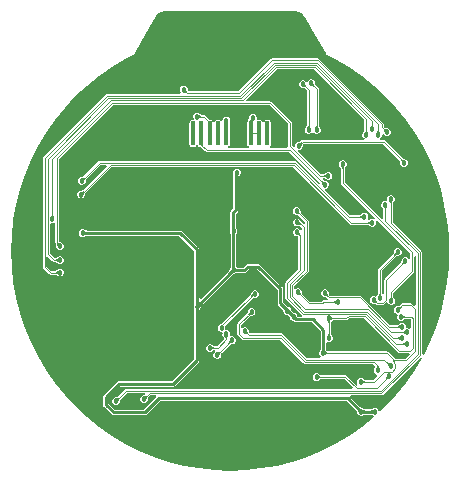
<source format=gbl>
G04*
G04 #@! TF.GenerationSoftware,Altium Limited,Altium Designer,21.9.2 (33)*
G04*
G04 Layer_Physical_Order=2*
G04 Layer_Color=16711680*
%FSLAX25Y25*%
%MOIN*%
G70*
G04*
G04 #@! TF.SameCoordinates,3BF94A5F-7B75-4F2F-B618-769F4B2F0BBE*
G04*
G04*
G04 #@! TF.FilePolarity,Positive*
G04*
G01*
G75*
%ADD13C,0.01000*%
%ADD71C,0.00400*%
%ADD73C,0.01800*%
G04:AMPARAMS|DCode=74|XSize=15.75mil|YSize=80mil|CornerRadius=3.94mil|HoleSize=0mil|Usage=FLASHONLY|Rotation=180.000|XOffset=0mil|YOffset=0mil|HoleType=Round|Shape=RoundedRectangle|*
%AMROUNDEDRECTD74*
21,1,0.01575,0.07213,0,0,180.0*
21,1,0.00787,0.08000,0,0,180.0*
1,1,0.00787,-0.00394,0.03606*
1,1,0.00787,0.00394,0.03606*
1,1,0.00787,0.00394,-0.03606*
1,1,0.00787,-0.00394,-0.03606*
%
%ADD74ROUNDEDRECTD74*%
G36*
X22055Y78953D02*
Y78946D01*
X22834Y78844D01*
X23561Y78543D01*
X24185Y78064D01*
X24373Y77819D01*
X24664Y77439D01*
D01*
X24915Y77018D01*
X28293Y71163D01*
X31791Y65101D01*
X31803Y65042D01*
X32002Y64744D01*
X32250Y64578D01*
X32232Y64542D01*
X35025Y63144D01*
X39512Y60482D01*
X43797Y57506D01*
X47859Y54233D01*
X51678Y50678D01*
X55233Y46859D01*
X58506Y42797D01*
X61482Y38512D01*
X64144Y34025D01*
X66479Y29360D01*
X68476Y24540D01*
X70123Y19590D01*
X71413Y14535D01*
X72340Y9401D01*
X72897Y4214D01*
X73084Y-1000D01*
X72897Y-6214D01*
X72340Y-11401D01*
X71413Y-16535D01*
X70123Y-21590D01*
X68476Y-26540D01*
X66479Y-31360D01*
X64449Y-35415D01*
X63949Y-35296D01*
Y-1400D01*
X63759Y-941D01*
X54171Y8648D01*
Y15083D01*
X54185Y15119D01*
X54208Y15164D01*
X54239Y15215D01*
X54275Y15267D01*
X54390Y15404D01*
X54461Y15476D01*
X54492Y15554D01*
X54623Y15685D01*
X54821Y16163D01*
Y16680D01*
X54623Y17158D01*
X54258Y17523D01*
X53780Y17721D01*
X53263D01*
X52785Y17523D01*
X52419Y17158D01*
X52221Y16680D01*
Y16232D01*
X52124Y16073D01*
X51830Y15800D01*
X51441D01*
X50964Y15602D01*
X50598Y15236D01*
X50400Y14759D01*
Y14241D01*
X50598Y13764D01*
X50729Y13632D01*
X50760Y13555D01*
X50835Y13478D01*
X50893Y13412D01*
X50943Y13351D01*
X50982Y13294D01*
X51013Y13243D01*
X51036Y13198D01*
X51051Y13162D01*
Y9821D01*
X50589Y9630D01*
X38165Y22053D01*
Y26646D01*
X38180Y26682D01*
X38202Y26727D01*
X38233Y26778D01*
X38270Y26830D01*
X38385Y26967D01*
X38455Y27039D01*
X38486Y27117D01*
X38618Y27248D01*
X38816Y27726D01*
Y28243D01*
X38618Y28721D01*
X38252Y29086D01*
X37774Y29284D01*
X37257D01*
X36779Y29086D01*
X36414Y28721D01*
X36216Y28243D01*
Y27726D01*
X36414Y27248D01*
X36545Y27117D01*
X36576Y27039D01*
X36651Y26963D01*
X36709Y26897D01*
X36758Y26835D01*
X36798Y26778D01*
X36829Y26727D01*
X36852Y26682D01*
X36866Y26646D01*
Y21784D01*
X37056Y21325D01*
X48263Y10119D01*
X47980Y9695D01*
X47611Y9847D01*
X47094D01*
X46616Y9649D01*
X46485Y9518D01*
X46407Y9487D01*
X46376Y9456D01*
X46172Y9450D01*
X46072Y9536D01*
X46039Y9576D01*
X45901Y9853D01*
X45883Y9959D01*
X46000Y10241D01*
Y10759D01*
X45802Y11236D01*
X45436Y11602D01*
X44959Y11800D01*
X44441D01*
X43964Y11602D01*
X43832Y11471D01*
X43755Y11440D01*
X43678Y11365D01*
X43612Y11306D01*
X43551Y11257D01*
X43494Y11218D01*
X43443Y11187D01*
X43398Y11164D01*
X43362Y11149D01*
X39800D01*
X31550Y19400D01*
X31757Y19900D01*
X31859D01*
X32336Y20098D01*
X32702Y20464D01*
X32900Y20941D01*
Y21459D01*
X32702Y21936D01*
X32336Y22302D01*
X31859Y22500D01*
X31673D01*
X31596Y22533D01*
X31489Y22534D01*
X31401Y22539D01*
X31323Y22548D01*
X31255Y22560D01*
X31197Y22574D01*
X31149Y22590D01*
X31113Y22605D01*
X30730Y22989D01*
X30921Y23451D01*
X31362D01*
X31398Y23436D01*
X31443Y23413D01*
X31494Y23382D01*
X31546Y23346D01*
X31682Y23231D01*
X31755Y23160D01*
X31832Y23129D01*
X31964Y22998D01*
X32441Y22800D01*
X32959D01*
X33436Y22998D01*
X33802Y23364D01*
X34000Y23841D01*
Y24359D01*
X33802Y24836D01*
X33436Y25202D01*
X32959Y25400D01*
X32441D01*
X31964Y25202D01*
X31832Y25071D01*
X31755Y25040D01*
X31678Y24965D01*
X31612Y24906D01*
X31551Y24857D01*
X31494Y24817D01*
X31443Y24787D01*
X31398Y24764D01*
X31362Y24749D01*
X30100D01*
X22385Y32465D01*
X22615Y32856D01*
X22657Y32900D01*
X23159D01*
X23636Y33098D01*
X24002Y33464D01*
X24200Y33941D01*
Y34127D01*
X24233Y34204D01*
X24234Y34311D01*
X24239Y34399D01*
X24248Y34477D01*
X24260Y34545D01*
X24274Y34603D01*
X24290Y34651D01*
X24306Y34687D01*
X24469Y34851D01*
X50845D01*
X56681Y29014D01*
X56689Y28993D01*
X56698Y28958D01*
X56705Y28913D01*
X56709Y28859D01*
X56707Y28794D01*
X56701Y28720D01*
X56686Y28625D01*
X56700Y28570D01*
Y28141D01*
X56898Y27664D01*
X57264Y27298D01*
X57741Y27100D01*
X58259D01*
X58736Y27298D01*
X59102Y27664D01*
X59300Y28141D01*
Y28659D01*
X59102Y29136D01*
X58736Y29502D01*
X58259Y29700D01*
X58241D01*
X58218Y29715D01*
X58101Y29735D01*
X58006Y29756D01*
X57828Y29804D01*
X57763Y29826D01*
X57706Y29850D01*
X57660Y29873D01*
X51573Y35959D01*
X51114Y36149D01*
X50021D01*
X49922Y36649D01*
X50063Y36708D01*
X50429Y37074D01*
X50627Y37552D01*
Y37795D01*
X50985Y37923D01*
X51127Y37935D01*
X51464Y37598D01*
X51941Y37400D01*
X52459D01*
X52936Y37598D01*
X53302Y37964D01*
X53500Y38441D01*
Y38959D01*
X53302Y39436D01*
X52936Y39802D01*
X52459Y40000D01*
X52273D01*
X52196Y40033D01*
X52089Y40034D01*
X52001Y40039D01*
X51923Y40048D01*
X51855Y40060D01*
X51797Y40074D01*
X51749Y40090D01*
X51713Y40106D01*
X51249Y40569D01*
Y41300D01*
X51059Y41759D01*
X29659Y63159D01*
X29200Y63349D01*
X14000D01*
X13541Y63159D01*
X2731Y52349D01*
X-14031D01*
X-14095Y52413D01*
X-14110Y52449D01*
X-14126Y52497D01*
X-14140Y52555D01*
X-14151Y52617D01*
X-14166Y52795D01*
X-14167Y52896D01*
X-14200Y52973D01*
Y53159D01*
X-14398Y53636D01*
X-14764Y54002D01*
X-15241Y54200D01*
X-15759D01*
X-16236Y54002D01*
X-16602Y53636D01*
X-16800Y53159D01*
Y52641D01*
X-16602Y52164D01*
X-16488Y52049D01*
X-16695Y51549D01*
X-40931D01*
X-41391Y51359D01*
X-62359Y30391D01*
X-62549Y29931D01*
Y-6100D01*
X-62359Y-6559D01*
X-60359Y-8559D01*
X-59900Y-8749D01*
X-58138D01*
X-58102Y-8764D01*
X-58057Y-8787D01*
X-58006Y-8817D01*
X-57954Y-8854D01*
X-57818Y-8969D01*
X-57745Y-9040D01*
X-57668Y-9071D01*
X-57536Y-9202D01*
X-57059Y-9400D01*
X-56541D01*
X-56064Y-9202D01*
X-55698Y-8836D01*
X-55500Y-8359D01*
Y-7841D01*
X-55698Y-7364D01*
X-56064Y-6998D01*
X-56541Y-6800D01*
X-57059D01*
X-57536Y-6998D01*
X-57668Y-7129D01*
X-57745Y-7160D01*
X-57822Y-7235D01*
X-57888Y-7294D01*
X-57949Y-7343D01*
X-58006Y-7383D01*
X-58057Y-7413D01*
X-58102Y-7436D01*
X-58138Y-7451D01*
X-59631D01*
X-61251Y-5831D01*
Y-3021D01*
X-60789Y-2830D01*
X-59259Y-4359D01*
X-58800Y-4549D01*
X-58138D01*
X-58102Y-4564D01*
X-58057Y-4587D01*
X-58006Y-4617D01*
X-57954Y-4654D01*
X-57818Y-4769D01*
X-57745Y-4840D01*
X-57668Y-4871D01*
X-57536Y-5002D01*
X-57059Y-5200D01*
X-56541D01*
X-56064Y-5002D01*
X-55698Y-4636D01*
X-55500Y-4159D01*
Y-3641D01*
X-55698Y-3164D01*
X-56064Y-2798D01*
X-56541Y-2600D01*
X-57059D01*
X-57536Y-2798D01*
X-57668Y-2929D01*
X-57745Y-2960D01*
X-57822Y-3035D01*
X-57888Y-3094D01*
X-57949Y-3143D01*
X-58006Y-3182D01*
X-58057Y-3213D01*
X-58102Y-3236D01*
X-58138Y-3251D01*
X-58531D01*
X-60151Y-1631D01*
Y8204D01*
X-59650Y8538D01*
X-59559Y8500D01*
X-59041D01*
X-58850Y8580D01*
X-58349Y8259D01*
Y1921D01*
X-58159Y1462D01*
X-58059Y1362D01*
X-58047Y1334D01*
X-58036Y1292D01*
X-58026Y1242D01*
X-58019Y1181D01*
X-58017Y1110D01*
X-58018Y1030D01*
X-58027Y929D01*
X-58000Y847D01*
Y541D01*
X-57802Y64D01*
X-57436Y-302D01*
X-56959Y-500D01*
X-56441D01*
X-55964Y-302D01*
X-55598Y64D01*
X-55400Y541D01*
Y1059D01*
X-55598Y1536D01*
X-55964Y1902D01*
X-56441Y2100D01*
X-56528D01*
X-56579Y2127D01*
X-56686Y2138D01*
X-56876Y2170D01*
X-56946Y2187D01*
X-57010Y2206D01*
X-57051Y2221D01*
Y29731D01*
X-39031Y47751D01*
X13031D01*
X19151Y41631D01*
Y34131D01*
X19226Y33950D01*
X18910Y33449D01*
X13259D01*
X13189Y33656D01*
X13176Y33949D01*
X13367Y34077D01*
X13543Y34340D01*
X13604Y34650D01*
Y35911D01*
X13700Y36141D01*
Y36659D01*
X13604Y36889D01*
Y41862D01*
X13543Y42172D01*
X13367Y42434D01*
X13105Y42610D01*
X12795Y42671D01*
X12008D01*
X11698Y42610D01*
X11436Y42434D01*
X11288Y42214D01*
X11024Y42189D01*
X10759Y42214D01*
X10612Y42434D01*
X10349Y42610D01*
X10039Y42671D01*
X9252D01*
X9092Y42640D01*
X8760Y42950D01*
X8715Y43036D01*
X8800Y43241D01*
Y43759D01*
X8602Y44236D01*
X8236Y44602D01*
X7759Y44800D01*
X7241D01*
X6764Y44602D01*
X6398Y44236D01*
X6200Y43759D01*
Y43241D01*
X6211Y43214D01*
X6042Y42961D01*
X5972Y42610D01*
Y42572D01*
X5957Y42537D01*
X5956Y42456D01*
X5924Y42434D01*
X5748Y42172D01*
X5687Y41862D01*
Y34650D01*
X5748Y34340D01*
X5924Y34077D01*
X6115Y33949D01*
X6103Y33656D01*
X6032Y33449D01*
X-520D01*
X-591Y33656D01*
X-604Y33949D01*
X-412Y34077D01*
X-237Y34340D01*
X-175Y34650D01*
Y41819D01*
X0Y42241D01*
Y42759D01*
X-198Y43236D01*
X-564Y43602D01*
X-1041Y43800D01*
X-1559D01*
X-2036Y43602D01*
X-2402Y43236D01*
X-2600Y42759D01*
Y42484D01*
X-3100Y42333D01*
X-3168Y42434D01*
X-3430Y42610D01*
X-3740Y42671D01*
X-4528D01*
X-4837Y42610D01*
X-5100Y42434D01*
X-5247Y42214D01*
X-5512Y42189D01*
X-5777Y42214D01*
X-5924Y42434D01*
X-6186Y42610D01*
X-6496Y42671D01*
X-6736D01*
X-8424Y44359D01*
X-8883Y44549D01*
X-9662D01*
X-9698Y44564D01*
X-9743Y44587D01*
X-9794Y44618D01*
X-9846Y44654D01*
X-9982Y44769D01*
X-10055Y44840D01*
X-10132Y44871D01*
X-10264Y45002D01*
X-10741Y45200D01*
X-11259D01*
X-11736Y45002D01*
X-12102Y44636D01*
X-12300Y44159D01*
Y43641D01*
X-12102Y43164D01*
X-12317Y42671D01*
X-12795D01*
X-13105Y42610D01*
X-13367Y42434D01*
X-13543Y42172D01*
X-13604Y41862D01*
Y41589D01*
X-13700Y41359D01*
Y40841D01*
X-13604Y40611D01*
Y34650D01*
X-13543Y34340D01*
X-13367Y34077D01*
X-13105Y33902D01*
X-12795Y33840D01*
X-12008D01*
X-11698Y33902D01*
X-11436Y34077D01*
X-11288Y34298D01*
X-11024Y34323D01*
X-10759Y34298D01*
X-10612Y34077D01*
X-10349Y33902D01*
X-10039Y33840D01*
X-9937D01*
X-9935Y33840D01*
X-9856Y33838D01*
X-8359Y32341D01*
X-7900Y32151D01*
X19731D01*
X30057Y21824D01*
X30057Y21600D01*
X29644Y21426D01*
X29514Y21436D01*
X21991Y28959D01*
X21531Y29149D01*
X-43500D01*
X-43959Y28959D01*
X-49013Y23905D01*
X-49049Y23890D01*
X-49097Y23874D01*
X-49155Y23860D01*
X-49217Y23849D01*
X-49395Y23834D01*
X-49496Y23833D01*
X-49573Y23800D01*
X-49759D01*
X-50236Y23602D01*
X-50602Y23236D01*
X-50800Y22759D01*
Y22241D01*
X-50602Y21764D01*
X-50236Y21398D01*
X-49759Y21200D01*
X-49241D01*
X-48764Y21398D01*
X-48398Y21764D01*
X-48200Y22241D01*
Y22427D01*
X-48167Y22504D01*
X-48166Y22611D01*
X-48161Y22699D01*
X-48152Y22777D01*
X-48140Y22845D01*
X-48126Y22903D01*
X-48110Y22951D01*
X-48094Y22987D01*
X-43231Y27851D01*
X-41321D01*
X-41130Y27389D01*
X-49213Y19306D01*
X-49249Y19290D01*
X-49297Y19274D01*
X-49355Y19260D01*
X-49417Y19249D01*
X-49595Y19234D01*
X-49696Y19233D01*
X-49773Y19200D01*
X-49959D01*
X-50436Y19002D01*
X-50802Y18636D01*
X-51000Y18159D01*
Y17641D01*
X-50802Y17164D01*
X-50436Y16798D01*
X-49959Y16600D01*
X-49441D01*
X-48964Y16798D01*
X-48598Y17164D01*
X-48400Y17641D01*
Y17827D01*
X-48367Y17904D01*
X-48366Y18011D01*
X-48361Y18099D01*
X-48352Y18177D01*
X-48340Y18245D01*
X-48326Y18303D01*
X-48310Y18351D01*
X-48294Y18387D01*
X-39631Y27051D01*
X20931D01*
X39893Y8088D01*
X40353Y7898D01*
X46014D01*
X46051Y7883D01*
X46096Y7861D01*
X46147Y7830D01*
X46199Y7793D01*
X46335Y7678D01*
X46407Y7608D01*
X46485Y7576D01*
X46616Y7445D01*
X47094Y7247D01*
X47611D01*
X48089Y7445D01*
X48455Y7811D01*
X48653Y8289D01*
Y8806D01*
X48500Y9174D01*
X48924Y9458D01*
X60051Y-1669D01*
Y-3481D01*
X59551Y-3581D01*
X59502Y-3464D01*
X59136Y-3098D01*
X58659Y-2900D01*
X58141D01*
X57664Y-3098D01*
X57298Y-3464D01*
X57100Y-3941D01*
Y-4127D01*
X57067Y-4204D01*
X57066Y-4311D01*
X57061Y-4399D01*
X57052Y-4477D01*
X57040Y-4545D01*
X57026Y-4603D01*
X57010Y-4651D01*
X56994Y-4687D01*
X51441Y-10241D01*
X51251Y-10700D01*
Y-14939D01*
X50769Y-15258D01*
X50751Y-15256D01*
X50571Y-15033D01*
Y-7448D01*
X55313Y-2706D01*
X55349Y-2690D01*
X55397Y-2674D01*
X55455Y-2660D01*
X55517Y-2649D01*
X55695Y-2634D01*
X55796Y-2633D01*
X55873Y-2600D01*
X56059D01*
X56536Y-2402D01*
X56902Y-2036D01*
X57100Y-1559D01*
Y-1041D01*
X56902Y-564D01*
X56536Y-198D01*
X56059Y0D01*
X55541D01*
X55064Y-198D01*
X54698Y-564D01*
X54500Y-1041D01*
Y-1227D01*
X54467Y-1304D01*
X54466Y-1411D01*
X54461Y-1499D01*
X54452Y-1577D01*
X54440Y-1645D01*
X54426Y-1703D01*
X54410Y-1751D01*
X54395Y-1787D01*
X49462Y-6719D01*
X49272Y-7179D01*
Y-15183D01*
X49257Y-15219D01*
X49235Y-15264D01*
X49204Y-15315D01*
X49167Y-15367D01*
X49052Y-15504D01*
X48982Y-15576D01*
X48950Y-15654D01*
X48819Y-15785D01*
X48698Y-16079D01*
X48547Y-16109D01*
X48069Y-15911D01*
X47552D01*
X47074Y-16109D01*
X46709Y-16474D01*
X46511Y-16952D01*
Y-17469D01*
X46709Y-17947D01*
X47074Y-18313D01*
X47552Y-18511D01*
X47883D01*
X47962Y-18535D01*
X48061Y-18525D01*
X48140Y-18522D01*
X48209Y-18524D01*
X48269Y-18530D01*
X48318Y-18539D01*
X48358Y-18550D01*
X48385Y-18560D01*
X48483Y-18659D01*
X48943Y-18849D01*
X50900D01*
X51359Y-18659D01*
X51947Y-18071D01*
X52537Y-18189D01*
X52598Y-18336D01*
X52964Y-18702D01*
X53441Y-18900D01*
X53959D01*
X54436Y-18702D01*
X54802Y-18336D01*
X55000Y-17859D01*
Y-17341D01*
X54802Y-16864D01*
X54671Y-16732D01*
X54640Y-16655D01*
X54565Y-16578D01*
X54506Y-16512D01*
X54457Y-16451D01*
X54418Y-16394D01*
X54387Y-16343D01*
X54364Y-16298D01*
X54349Y-16262D01*
Y-14869D01*
X61159Y-8059D01*
X61349Y-7600D01*
Y-2753D01*
X61849Y-2485D01*
X61851Y-2486D01*
Y-18979D01*
X61389Y-19170D01*
X60759Y-18541D01*
X60300Y-18351D01*
X57367D01*
X56908Y-18541D01*
X56287Y-19162D01*
X56251Y-19177D01*
X56203Y-19193D01*
X56145Y-19207D01*
X56083Y-19218D01*
X55905Y-19233D01*
X55804Y-19234D01*
X55727Y-19267D01*
X55541D01*
X55064Y-19465D01*
X54698Y-19831D01*
X54500Y-20309D01*
Y-20826D01*
X54698Y-21304D01*
X55064Y-21669D01*
X55497Y-21849D01*
X55549Y-21883D01*
X55782Y-22367D01*
X55692Y-22583D01*
Y-23100D01*
X55890Y-23578D01*
X56256Y-23944D01*
X56734Y-24142D01*
X57251D01*
X57729Y-23944D01*
X57860Y-23813D01*
X57938Y-23782D01*
X58014Y-23707D01*
X58080Y-23648D01*
X58142Y-23599D01*
X58198Y-23560D01*
X58249Y-23529D01*
X58294Y-23506D01*
X58331Y-23491D01*
X60073D01*
X60251Y-23669D01*
Y-26705D01*
X59752Y-26914D01*
X59274Y-26716D01*
X58993D01*
X58652Y-26405D01*
X58600Y-26254D01*
Y-25841D01*
X58402Y-25364D01*
X58036Y-24998D01*
X57559Y-24800D01*
X57041D01*
X56564Y-24998D01*
X56432Y-25129D01*
X56355Y-25160D01*
X56278Y-25235D01*
X56212Y-25293D01*
X56151Y-25343D01*
X56094Y-25383D01*
X56043Y-25413D01*
X55998Y-25436D01*
X55962Y-25451D01*
X53069D01*
X43559Y-15941D01*
X43100Y-15751D01*
X33269D01*
X33005Y-15487D01*
X32990Y-15451D01*
X32974Y-15403D01*
X32960Y-15345D01*
X32949Y-15283D01*
X32934Y-15105D01*
X32933Y-15004D01*
X32900Y-14927D01*
Y-14741D01*
X32702Y-14264D01*
X32336Y-13898D01*
X31859Y-13700D01*
X31341D01*
X30864Y-13898D01*
X30498Y-14264D01*
X30300Y-14741D01*
Y-15259D01*
X30498Y-15736D01*
X30864Y-16102D01*
X31341Y-16300D01*
X31527D01*
X31604Y-16333D01*
X31711Y-16334D01*
X31799Y-16339D01*
X31877Y-16348D01*
X31945Y-16360D01*
X32003Y-16374D01*
X32051Y-16390D01*
X32087Y-16406D01*
X32432Y-16751D01*
X32278Y-17251D01*
X31161D01*
X30701Y-17441D01*
X30392Y-17751D01*
X26569D01*
X23905Y-15087D01*
X23890Y-15051D01*
X23874Y-15003D01*
X23860Y-14945D01*
X23849Y-14883D01*
X23834Y-14705D01*
X23833Y-14604D01*
X23800Y-14527D01*
Y-14341D01*
X23602Y-13864D01*
X23236Y-13498D01*
X22759Y-13300D01*
X22241D01*
X21764Y-13498D01*
X21749Y-13512D01*
X21249Y-13305D01*
Y-12632D01*
X25959Y-7922D01*
X26149Y-7463D01*
Y9000D01*
X25959Y9459D01*
X23505Y11913D01*
X23490Y11949D01*
X23474Y11997D01*
X23460Y12055D01*
X23449Y12117D01*
X23434Y12295D01*
X23433Y12396D01*
X23400Y12473D01*
Y12659D01*
X23202Y13136D01*
X22836Y13502D01*
X22359Y13700D01*
X21841D01*
X21364Y13502D01*
X20998Y13136D01*
X20800Y12659D01*
Y12141D01*
X20998Y11664D01*
X21364Y11298D01*
X21841Y11100D01*
X22027D01*
X22104Y11067D01*
X22211Y11066D01*
X22299Y11061D01*
X22377Y11052D01*
X22445Y11040D01*
X22503Y11026D01*
X22551Y11010D01*
X22587Y10994D01*
X24851Y8731D01*
Y8221D01*
X24389Y8030D01*
X23820Y8598D01*
X23552Y9073D01*
X23500Y9180D01*
X23497Y9183D01*
X23496Y9188D01*
X23446Y9230D01*
X23402Y9336D01*
X23036Y9702D01*
X22559Y9900D01*
X22041D01*
X21564Y9702D01*
X21198Y9336D01*
X21000Y8859D01*
Y8341D01*
X21198Y7864D01*
X21564Y7498D01*
X22041Y7300D01*
X22559D01*
X22841Y7417D01*
X22924Y7423D01*
X22992Y7456D01*
X23035Y7473D01*
X23067Y7481D01*
X23088Y7484D01*
X23097Y7484D01*
X23851Y6731D01*
Y6241D01*
X23592Y6123D01*
X23351Y6088D01*
X23036Y6402D01*
X22559Y6600D01*
X22041D01*
X21564Y6402D01*
X21198Y6036D01*
X21000Y5559D01*
Y5041D01*
X21198Y4564D01*
X21564Y4198D01*
X22041Y4000D01*
X22227D01*
X22304Y3967D01*
X22411Y3966D01*
X22499Y3961D01*
X22577Y3952D01*
X22645Y3940D01*
X22703Y3926D01*
X22751Y3910D01*
Y-7031D01*
X18541Y-11241D01*
X18351Y-11700D01*
Y-16500D01*
X18541Y-16959D01*
X23864Y-22282D01*
X23785Y-22646D01*
X23711Y-22782D01*
X22400D01*
Y-22541D01*
X22202Y-22064D01*
X21836Y-21698D01*
X21359Y-21500D01*
X21190D01*
X21177Y-21490D01*
X21170Y-21483D01*
X21166Y-21482D01*
X21160Y-21477D01*
X21144Y-21473D01*
X21129Y-21465D01*
X21102Y-21449D01*
X21073Y-21428D01*
X20906Y-21285D01*
X20845Y-21225D01*
X20809Y-21211D01*
X20604Y-21006D01*
X20590Y-20971D01*
X20466Y-20841D01*
X20378Y-20738D01*
X20351Y-20702D01*
X20332Y-20673D01*
X20321Y-20654D01*
X20320Y-20651D01*
X20314Y-20636D01*
X20310Y-20631D01*
X20309Y-20629D01*
X20304Y-20624D01*
X20300Y-20619D01*
Y-20541D01*
X20102Y-20064D01*
X19736Y-19698D01*
X19259Y-19500D01*
X19181D01*
X19176Y-19496D01*
X19171Y-19491D01*
X19169Y-19490D01*
X19164Y-19486D01*
X19149Y-19480D01*
X19146Y-19479D01*
X19128Y-19469D01*
X19098Y-19449D01*
X19062Y-19422D01*
X18959Y-19334D01*
X18829Y-19210D01*
X18794Y-19196D01*
X17618Y-18020D01*
Y-13400D01*
X17548Y-13049D01*
X17349Y-12751D01*
X10049Y-5451D01*
X9751Y-5252D01*
X9400Y-5182D01*
X5958D01*
X5607Y-5252D01*
X5309Y-5451D01*
X4278Y-6482D01*
X2524D01*
X2504Y-6471D01*
X2156Y-6334D01*
X1982Y-5952D01*
X1968Y-5923D01*
Y4423D01*
X1982Y4452D01*
X1978Y4463D01*
X1983Y4474D01*
X1984Y4563D01*
X1994Y4713D01*
X2001Y4763D01*
X2008Y4805D01*
X2016Y4833D01*
X2020Y4844D01*
X2027Y4856D01*
X2029Y4863D01*
X2032Y4870D01*
X2033Y4883D01*
X2035Y4896D01*
X2035Y4897D01*
X2202Y5064D01*
X2400Y5541D01*
Y6059D01*
X2202Y6536D01*
X1984Y6754D01*
X1984Y6757D01*
X1982Y6775D01*
X1977Y6784D01*
X1975Y6792D01*
X1969Y6800D01*
X1967Y6807D01*
X1960Y6832D01*
X1952Y6871D01*
X1945Y6918D01*
X1934Y7066D01*
X1933Y7153D01*
X1922Y7178D01*
X1929Y7204D01*
X1918Y7224D01*
Y11574D01*
X2449Y12106D01*
X2648Y12403D01*
X2718Y12754D01*
Y23981D01*
X2999Y24098D01*
X3365Y24464D01*
X3562Y24941D01*
Y25459D01*
X3365Y25936D01*
X2999Y26302D01*
X2521Y26500D01*
X2004D01*
X1526Y26302D01*
X1160Y25936D01*
X962Y25459D01*
Y24941D01*
X1024Y24793D01*
X952Y24686D01*
X882Y24334D01*
Y13135D01*
X351Y12603D01*
X152Y12306D01*
X82Y11954D01*
Y7051D01*
X67Y7015D01*
X66Y6922D01*
X59Y6766D01*
X47Y6650D01*
X41Y6618D01*
X36Y6596D01*
X34Y6592D01*
X28Y6578D01*
X27Y6572D01*
X27Y6569D01*
X27Y6565D01*
X-2Y6536D01*
X-200Y6059D01*
Y5541D01*
X-2Y5064D01*
X71Y4990D01*
X72Y4979D01*
X72Y4972D01*
X74Y4969D01*
X74Y4962D01*
X82Y4948D01*
X82Y4946D01*
X88Y4926D01*
X95Y4893D01*
X101Y4854D01*
X116Y4630D01*
X117Y4543D01*
X132Y4507D01*
Y-6003D01*
X117Y-6037D01*
X113Y-6216D01*
X101Y-6350D01*
X95Y-6393D01*
X88Y-6426D01*
X82Y-6446D01*
X82Y-6448D01*
X74Y-6462D01*
X74Y-6469D01*
X72Y-6472D01*
X72Y-6479D01*
X71Y-6490D01*
X-2Y-6564D01*
X-200Y-7041D01*
Y-7210D01*
X-210Y-7223D01*
X-217Y-7230D01*
X-218Y-7234D01*
X-223Y-7240D01*
X-227Y-7256D01*
X-235Y-7271D01*
X-251Y-7298D01*
X-272Y-7327D01*
X-415Y-7494D01*
X-475Y-7555D01*
X-489Y-7591D01*
X-9782Y-16885D01*
X-10282Y-16678D01*
Y-400D01*
X-10352Y-49D01*
X-10551Y249D01*
X-15951Y5649D01*
X-16249Y5848D01*
X-16600Y5918D01*
X-47870D01*
X-47906Y5933D01*
X-47999Y5934D01*
X-48073Y5937D01*
X-48206Y5950D01*
X-48246Y5957D01*
X-48277Y5964D01*
X-48293Y5970D01*
X-48307Y5978D01*
X-48314Y5979D01*
X-48319Y5980D01*
X-48328Y5981D01*
X-48344Y5983D01*
X-48464Y6102D01*
X-48941Y6300D01*
X-49459D01*
X-49936Y6102D01*
X-50302Y5736D01*
X-50500Y5259D01*
Y4741D01*
X-50302Y4264D01*
X-49936Y3898D01*
X-49459Y3700D01*
X-48941D01*
X-48464Y3898D01*
X-48344Y4017D01*
X-48328Y4019D01*
X-48319Y4019D01*
X-48314Y4021D01*
X-48307Y4022D01*
X-48293Y4030D01*
X-48277Y4036D01*
X-48246Y4043D01*
X-48210Y4049D01*
X-47992Y4066D01*
X-47906Y4067D01*
X-47870Y4082D01*
X-16980D01*
X-12118Y-780D01*
Y-19534D01*
X-12131Y-19559D01*
X-12118Y-19603D01*
Y-37020D01*
X-19380Y-44282D01*
X-37200D01*
X-37551Y-44352D01*
X-37849Y-44551D01*
X-42149Y-48851D01*
X-42348Y-49149D01*
X-42418Y-49500D01*
Y-52100D01*
X-42348Y-52451D01*
X-42149Y-52749D01*
X-39549Y-55349D01*
X-39251Y-55548D01*
X-38900Y-55618D01*
X-28500D01*
X-28149Y-55548D01*
X-27851Y-55349D01*
X-23420Y-50918D01*
X38720D01*
X42111Y-54309D01*
X42125Y-54345D01*
X42191Y-54412D01*
X42240Y-54466D01*
X42325Y-54569D01*
X42349Y-54602D01*
X42365Y-54629D01*
X42373Y-54644D01*
X42377Y-54660D01*
X42382Y-54666D01*
X42383Y-54670D01*
X42390Y-54677D01*
X42400Y-54690D01*
Y-54859D01*
X42598Y-55336D01*
X42964Y-55702D01*
X43441Y-55900D01*
X43959D01*
X44436Y-55702D01*
X44603Y-55536D01*
X44604Y-55535D01*
X44617Y-55533D01*
X44630Y-55532D01*
X44637Y-55529D01*
X44644Y-55527D01*
X44656Y-55520D01*
X44667Y-55516D01*
X44695Y-55509D01*
X44727Y-55502D01*
X44941Y-55484D01*
X45026Y-55483D01*
X45037Y-55478D01*
X45048Y-55482D01*
X45077Y-55468D01*
X46903D01*
X46937Y-55483D01*
X47116Y-55487D01*
X47250Y-55499D01*
X47293Y-55505D01*
X47326Y-55512D01*
X47346Y-55518D01*
X47348Y-55518D01*
X47362Y-55526D01*
X47369Y-55527D01*
X47372Y-55528D01*
X47379Y-55528D01*
X47390Y-55528D01*
X47464Y-55602D01*
X47699Y-55699D01*
X47828Y-56127D01*
X47823Y-56262D01*
X43797Y-59506D01*
X39512Y-62482D01*
X35025Y-65144D01*
X30360Y-67479D01*
X25540Y-69476D01*
X20590Y-71123D01*
X15535Y-72413D01*
X10401Y-73340D01*
X5214Y-73897D01*
X0Y-74084D01*
X-5214Y-73897D01*
X-10401Y-73340D01*
X-15535Y-72413D01*
X-20590Y-71123D01*
X-25540Y-69476D01*
X-30360Y-67479D01*
X-35025Y-65144D01*
X-39512Y-62482D01*
X-43797Y-59506D01*
X-47859Y-56233D01*
X-51678Y-52678D01*
X-55233Y-48860D01*
X-58506Y-44797D01*
X-61482Y-40512D01*
X-64144Y-36025D01*
X-66479Y-31360D01*
X-68476Y-26540D01*
X-70123Y-21590D01*
X-71413Y-16535D01*
X-72340Y-11401D01*
X-72897Y-6214D01*
X-73084Y-1000D01*
X-72897Y4214D01*
X-72340Y9401D01*
X-71413Y14535D01*
X-70123Y19590D01*
X-68476Y24540D01*
X-66479Y29360D01*
X-64144Y34025D01*
X-61482Y38512D01*
X-58506Y42797D01*
X-55233Y46859D01*
X-51678Y50678D01*
X-47859Y54233D01*
X-43797Y57506D01*
X-39512Y60482D01*
X-35025Y63144D01*
X-32302Y64507D01*
X-32320Y64544D01*
X-32072Y64709D01*
X-31873Y65007D01*
X-31835Y65198D01*
X-28417Y71158D01*
X-24807Y77453D01*
X-24801Y77449D01*
X-24797Y77457D01*
X-24318Y78081D01*
X-23695Y78560D01*
X-22968Y78861D01*
X-22661Y78901D01*
X-22187Y78963D01*
D01*
X-21697Y78970D01*
X22055Y78953D01*
D02*
G37*
G36*
X-14599Y52774D02*
X-14581Y52561D01*
X-14564Y52466D01*
X-14542Y52377D01*
X-14515Y52295D01*
X-14483Y52221D01*
X-14446Y52153D01*
X-14404Y52093D01*
X-14356Y52039D01*
X-14639Y51756D01*
X-14693Y51804D01*
X-14753Y51846D01*
X-14821Y51883D01*
X-14895Y51915D01*
X-14977Y51942D01*
X-15066Y51964D01*
X-15161Y51981D01*
X-15264Y51992D01*
X-15374Y51999D01*
X-15491Y52000D01*
X-14600Y52891D01*
X-14599Y52774D01*
D02*
G37*
G36*
X-10274Y44448D02*
X-10110Y44311D01*
X-10031Y44255D01*
X-9953Y44208D01*
X-9876Y44169D01*
X-9801Y44139D01*
X-9727Y44117D01*
X-9654Y44104D01*
X-9583Y44100D01*
Y43700D01*
X-9654Y43696D01*
X-9727Y43683D01*
X-9801Y43661D01*
X-9876Y43631D01*
X-9953Y43593D01*
X-10031Y43545D01*
X-10110Y43489D01*
X-10191Y43425D01*
X-10274Y43352D01*
X-10357Y43270D01*
Y44530D01*
X-10274Y44448D01*
D02*
G37*
G36*
X7390Y42473D02*
X7400Y42303D01*
X7405Y42275D01*
X7411Y42253D01*
X7417Y42237D01*
X7424Y42226D01*
X7432Y42222D01*
X6347D01*
X6355Y42226D01*
X6363Y42237D01*
X6369Y42253D01*
X6374Y42275D01*
X6379Y42303D01*
X6383Y42337D01*
X6388Y42422D01*
X6390Y42530D01*
X7390D01*
X7390Y42473D01*
D02*
G37*
G36*
X-7011Y42313D02*
X-6982Y42292D01*
X-6951Y42275D01*
X-6918Y42261D01*
X-6882Y42250D01*
X-6844Y42241D01*
X-6804Y42236D01*
X-6762Y42234D01*
X-6716Y42235D01*
X-6669Y42239D01*
X-7559Y42137D01*
X-7542Y42150D01*
X-7529Y42163D01*
X-7519Y42177D01*
X-7513Y42191D01*
X-7510Y42205D01*
X-7511Y42220D01*
X-7516Y42235D01*
X-7524Y42251D01*
X-7535Y42268D01*
X-7551Y42284D01*
X-7037Y42336D01*
X-7011Y42313D01*
D02*
G37*
G36*
X47563Y41004D02*
X47576Y40932D01*
X47597Y40858D01*
X47627Y40782D01*
X47666Y40705D01*
X47713Y40627D01*
X47769Y40548D01*
X47833Y40467D01*
X47907Y40385D01*
X47988Y40301D01*
X46728D01*
X46810Y40385D01*
X46948Y40548D01*
X47003Y40627D01*
X47051Y40705D01*
X47089Y40782D01*
X47120Y40858D01*
X47141Y40932D01*
X47154Y41004D01*
X47158Y41076D01*
X47558D01*
X47563Y41004D01*
D02*
G37*
G36*
X51393Y39796D02*
X51453Y39754D01*
X51521Y39717D01*
X51595Y39685D01*
X51677Y39658D01*
X51766Y39636D01*
X51862Y39619D01*
X51964Y39608D01*
X52074Y39601D01*
X52191Y39600D01*
X51300Y38709D01*
X51299Y38826D01*
X51281Y39039D01*
X51264Y39134D01*
X51242Y39223D01*
X51215Y39305D01*
X51183Y39379D01*
X51146Y39447D01*
X51104Y39507D01*
X51056Y39561D01*
X51339Y39844D01*
X51393Y39796D01*
D02*
G37*
G36*
X7662Y38618D02*
X7666Y38584D01*
X7672Y38554D01*
X7682Y38528D01*
X7694Y38506D01*
X7708Y38488D01*
X7714Y38483D01*
X7849Y38470D01*
X8166Y38458D01*
X8348Y38456D01*
Y38056D01*
X8166Y38054D01*
X7709Y38025D01*
X7708Y38024D01*
X7694Y38006D01*
X7682Y37984D01*
X7672Y37958D01*
X7666Y37928D01*
X7662Y37894D01*
X7661Y37856D01*
Y38022D01*
X7596Y38017D01*
X7494Y38001D01*
X7407Y37981D01*
X7337Y37958D01*
X7282Y37931D01*
X7243Y37902D01*
Y38610D01*
X7282Y38581D01*
X7337Y38554D01*
X7407Y38531D01*
X7494Y38511D01*
X7596Y38494D01*
X7661Y38488D01*
Y38656D01*
X7662Y38618D01*
D02*
G37*
G36*
X49531Y39156D02*
X49544Y39084D01*
X49566Y39010D01*
X49596Y38934D01*
X49634Y38857D01*
X49682Y38779D01*
X49738Y38700D01*
X49802Y38619D01*
X49875Y38537D01*
X49957Y38453D01*
X48697D01*
X48779Y38537D01*
X48916Y38700D01*
X48972Y38779D01*
X49019Y38857D01*
X49058Y38934D01*
X49088Y39010D01*
X49110Y39084D01*
X49123Y39156D01*
X49127Y39228D01*
X49527D01*
X49531Y39156D01*
D02*
G37*
G36*
X45594D02*
X45607Y39084D01*
X45628Y39010D01*
X45659Y38934D01*
X45697Y38857D01*
X45745Y38779D01*
X45801Y38700D01*
X45865Y38619D01*
X45938Y38537D01*
X46020Y38453D01*
X44760D01*
X44842Y38537D01*
X44979Y38700D01*
X45035Y38779D01*
X45082Y38857D01*
X45121Y38934D01*
X45151Y39010D01*
X45173Y39084D01*
X45186Y39156D01*
X45190Y39228D01*
X45590D01*
X45594Y39156D01*
D02*
G37*
G36*
X8875Y37856D02*
X8873Y37894D01*
X8869Y37928D01*
X8863Y37958D01*
X8854Y37984D01*
X8842Y38006D01*
X8827Y38024D01*
X8810Y38038D01*
X8790Y38048D01*
X8768Y38054D01*
X8743Y38056D01*
Y38456D01*
X8768Y38458D01*
X8790Y38464D01*
X8810Y38474D01*
X8827Y38488D01*
X8842Y38506D01*
X8854Y38528D01*
X8863Y38554D01*
X8869Y38584D01*
X8873Y38618D01*
X8875Y38656D01*
Y37856D01*
D02*
G37*
G36*
X24044Y35061D02*
X23996Y35007D01*
X23954Y34947D01*
X23917Y34879D01*
X23885Y34805D01*
X23858Y34723D01*
X23836Y34634D01*
X23819Y34538D01*
X23808Y34436D01*
X23801Y34326D01*
X23800Y34209D01*
X22909Y35100D01*
X23026Y35101D01*
X23239Y35119D01*
X23334Y35136D01*
X23423Y35158D01*
X23505Y35185D01*
X23579Y35217D01*
X23647Y35254D01*
X23707Y35296D01*
X23761Y35344D01*
X24044Y35061D01*
D02*
G37*
G36*
X-9103Y34289D02*
X-9101Y34286D01*
X-9097Y34282D01*
X-9052Y34235D01*
X-9022Y34205D01*
X-9558Y34176D01*
X-9580Y34195D01*
X-9606Y34212D01*
X-9635Y34227D01*
X-9667Y34240D01*
X-9702Y34251D01*
X-9740Y34260D01*
X-9782Y34266D01*
X-9826Y34270D01*
X-9926Y34272D01*
X-9103Y34290D01*
X-9103Y34289D01*
D02*
G37*
G36*
X44740Y42841D02*
Y39149D01*
X44726Y39112D01*
X44703Y39067D01*
X44672Y39016D01*
X44636Y38964D01*
X44521Y38828D01*
X44450Y38756D01*
X44419Y38678D01*
X44288Y38547D01*
X44090Y38069D01*
Y37552D01*
X44288Y37074D01*
X44653Y36708D01*
X44795Y36649D01*
X44696Y36149D01*
X24200D01*
X23741Y35959D01*
X23387Y35605D01*
X23351Y35590D01*
X23303Y35574D01*
X23245Y35560D01*
X23183Y35549D01*
X23005Y35534D01*
X22904Y35533D01*
X22827Y35500D01*
X22641D01*
X22164Y35302D01*
X21798Y34936D01*
X21600Y34459D01*
Y33957D01*
X21556Y33915D01*
X21165Y33685D01*
X20449Y34400D01*
Y41900D01*
X20259Y42359D01*
X13759Y48859D01*
X13300Y49049D01*
X5484D01*
X5293Y49511D01*
X15432Y59651D01*
X27931D01*
X44740Y42841D01*
D02*
G37*
G36*
X57330Y29572D02*
X57387Y29531D01*
X57453Y29492D01*
X57527Y29456D01*
X57609Y29422D01*
X57699Y29390D01*
X57904Y29334D01*
X58019Y29310D01*
X58143Y29289D01*
X57114Y28560D01*
X57131Y28669D01*
X57140Y28771D01*
X57142Y28868D01*
X57136Y28959D01*
X57123Y29044D01*
X57103Y29123D01*
X57075Y29197D01*
X57040Y29265D01*
X56998Y29327D01*
X56948Y29383D01*
X57281Y29616D01*
X57330Y29572D01*
D02*
G37*
G36*
X38064Y27258D02*
X37926Y27095D01*
X37870Y27015D01*
X37823Y26937D01*
X37785Y26860D01*
X37754Y26785D01*
X37733Y26711D01*
X37720Y26638D01*
X37716Y26567D01*
X37316D01*
X37312Y26638D01*
X37299Y26711D01*
X37277Y26785D01*
X37247Y26860D01*
X37208Y26937D01*
X37161Y27015D01*
X37105Y27095D01*
X37041Y27176D01*
X36968Y27258D01*
X36886Y27341D01*
X38146D01*
X38064Y27258D01*
D02*
G37*
G36*
X32057Y23470D02*
X31974Y23552D01*
X31811Y23689D01*
X31731Y23745D01*
X31653Y23792D01*
X31576Y23831D01*
X31501Y23861D01*
X31427Y23883D01*
X31354Y23896D01*
X31282Y23900D01*
Y24300D01*
X31354Y24304D01*
X31427Y24317D01*
X31501Y24339D01*
X31576Y24369D01*
X31653Y24408D01*
X31731Y24455D01*
X31811Y24511D01*
X31891Y24575D01*
X31974Y24648D01*
X32057Y24730D01*
Y23470D01*
D02*
G37*
G36*
X-48356Y23361D02*
X-48404Y23307D01*
X-48446Y23247D01*
X-48483Y23179D01*
X-48515Y23105D01*
X-48542Y23023D01*
X-48564Y22934D01*
X-48581Y22839D01*
X-48592Y22736D01*
X-48599Y22626D01*
X-48600Y22509D01*
X-49491Y23400D01*
X-49374Y23401D01*
X-49161Y23419D01*
X-49066Y23436D01*
X-48977Y23458D01*
X-48895Y23485D01*
X-48821Y23517D01*
X-48753Y23554D01*
X-48693Y23596D01*
X-48639Y23644D01*
X-48356Y23361D01*
D02*
G37*
G36*
X30793Y22296D02*
X30853Y22254D01*
X30921Y22217D01*
X30995Y22185D01*
X31077Y22158D01*
X31166Y22136D01*
X31262Y22119D01*
X31364Y22108D01*
X31474Y22101D01*
X31591Y22100D01*
X30700Y21209D01*
X30699Y21326D01*
X30681Y21539D01*
X30664Y21634D01*
X30642Y21723D01*
X30615Y21805D01*
X30583Y21879D01*
X30546Y21947D01*
X30504Y22007D01*
X30456Y22061D01*
X30739Y22344D01*
X30793Y22296D01*
D02*
G37*
G36*
X-48556Y18761D02*
X-48604Y18707D01*
X-48646Y18647D01*
X-48683Y18579D01*
X-48715Y18505D01*
X-48742Y18423D01*
X-48764Y18334D01*
X-48781Y18239D01*
X-48792Y18136D01*
X-48799Y18026D01*
X-48800Y17909D01*
X-49691Y18800D01*
X-49574Y18801D01*
X-49362Y18819D01*
X-49266Y18836D01*
X-49177Y18858D01*
X-49095Y18885D01*
X-49021Y18917D01*
X-48953Y18954D01*
X-48893Y18996D01*
X-48839Y19044D01*
X-48556Y18761D01*
D02*
G37*
G36*
X54070Y15695D02*
X53932Y15532D01*
X53876Y15452D01*
X53829Y15374D01*
X53790Y15297D01*
X53760Y15222D01*
X53738Y15148D01*
X53726Y15075D01*
X53721Y15004D01*
X53321D01*
X53317Y15075D01*
X53304Y15148D01*
X53283Y15222D01*
X53253Y15297D01*
X53214Y15374D01*
X53167Y15452D01*
X53111Y15532D01*
X53046Y15613D01*
X52973Y15695D01*
X52891Y15778D01*
X54151D01*
X54070Y15695D01*
D02*
G37*
G36*
X52248Y13774D02*
X52111Y13611D01*
X52055Y13531D01*
X52008Y13453D01*
X51969Y13376D01*
X51939Y13301D01*
X51917Y13227D01*
X51904Y13154D01*
X51900Y13082D01*
X51500D01*
X51496Y13154D01*
X51483Y13227D01*
X51461Y13301D01*
X51431Y13376D01*
X51393Y13453D01*
X51345Y13531D01*
X51289Y13611D01*
X51225Y13691D01*
X51152Y13774D01*
X51070Y13857D01*
X52330D01*
X52248Y13774D01*
D02*
G37*
G36*
X23001Y12274D02*
X23019Y12061D01*
X23036Y11966D01*
X23058Y11877D01*
X23085Y11795D01*
X23117Y11721D01*
X23154Y11653D01*
X23196Y11593D01*
X23244Y11539D01*
X22961Y11256D01*
X22907Y11304D01*
X22847Y11346D01*
X22779Y11383D01*
X22705Y11415D01*
X22623Y11442D01*
X22534Y11464D01*
X22439Y11481D01*
X22336Y11492D01*
X22226Y11499D01*
X22109Y11500D01*
X23000Y12391D01*
X23001Y12274D01*
D02*
G37*
G36*
X-59096Y11146D02*
X-59083Y11073D01*
X-59061Y10999D01*
X-59031Y10924D01*
X-58992Y10847D01*
X-58945Y10769D01*
X-58889Y10689D01*
X-58825Y10609D01*
X-58752Y10526D01*
X-58670Y10443D01*
X-59930D01*
X-59848Y10526D01*
X-59711Y10689D01*
X-59655Y10769D01*
X-59607Y10847D01*
X-59569Y10924D01*
X-59539Y10999D01*
X-59517Y11073D01*
X-59504Y11146D01*
X-59500Y11218D01*
X-59100D01*
X-59096Y11146D01*
D02*
G37*
G36*
X44057Y9870D02*
X43974Y9952D01*
X43810Y10089D01*
X43731Y10145D01*
X43653Y10193D01*
X43576Y10231D01*
X43501Y10261D01*
X43426Y10283D01*
X43354Y10296D01*
X43282Y10300D01*
Y10700D01*
X43354Y10704D01*
X43426Y10717D01*
X43501Y10739D01*
X43576Y10769D01*
X43653Y10808D01*
X43731Y10855D01*
X43810Y10911D01*
X43891Y10975D01*
X43974Y11048D01*
X44057Y11130D01*
Y9870D01*
D02*
G37*
G36*
X46710Y7917D02*
X46626Y7999D01*
X46463Y8136D01*
X46384Y8192D01*
X46306Y8240D01*
X46229Y8278D01*
X46153Y8309D01*
X46079Y8330D01*
X46007Y8343D01*
X45935Y8347D01*
Y8747D01*
X46007Y8752D01*
X46079Y8764D01*
X46153Y8786D01*
X46229Y8816D01*
X46306Y8855D01*
X46384Y8902D01*
X46463Y8958D01*
X46544Y9023D01*
X46626Y9096D01*
X46710Y9177D01*
Y7917D01*
D02*
G37*
G36*
X23169Y8872D02*
X23465Y8346D01*
X23506Y8289D01*
X23582Y8201D01*
X23457Y7760D01*
X23397Y7813D01*
X23335Y7855D01*
X23270Y7886D01*
X23202Y7907D01*
X23131Y7917D01*
X23057Y7917D01*
X22980Y7906D01*
X22901Y7885D01*
X22818Y7853D01*
X22732Y7811D01*
X23111Y8990D01*
X23169Y8872D01*
D02*
G37*
G36*
X1501Y7047D02*
X1514Y6872D01*
X1525Y6796D01*
X1539Y6729D01*
X1556Y6669D01*
X1576Y6617D01*
X1599Y6573D01*
X1625Y6537D01*
X1655Y6509D01*
X403Y6369D01*
X421Y6397D01*
X438Y6433D01*
X452Y6477D01*
X465Y6529D01*
X476Y6589D01*
X491Y6734D01*
X499Y6910D01*
X500Y7011D01*
X1500Y7146D01*
X1501Y7047D01*
D02*
G37*
G36*
X1693Y5123D02*
X1666Y5094D01*
X1642Y5057D01*
X1620Y5013D01*
X1602Y4960D01*
X1586Y4900D01*
X1573Y4832D01*
X1563Y4756D01*
X1551Y4580D01*
X1550Y4481D01*
X550Y4548D01*
X549Y4648D01*
X532Y4901D01*
X521Y4969D01*
X509Y5030D01*
X494Y5082D01*
X477Y5127D01*
X457Y5164D01*
X435Y5193D01*
X1693Y5123D01*
D02*
G37*
G36*
X-48528Y5605D02*
X-48491Y5583D01*
X-48446Y5564D01*
X-48393Y5547D01*
X-48332Y5533D01*
X-48264Y5521D01*
X-48103Y5505D01*
X-48011Y5501D01*
X-47912Y5500D01*
Y4500D01*
X-48011Y4499D01*
X-48264Y4479D01*
X-48332Y4468D01*
X-48393Y4453D01*
X-48446Y4436D01*
X-48491Y4417D01*
X-48528Y4395D01*
X-48557Y4370D01*
Y5630D01*
X-48528Y5605D01*
D02*
G37*
G36*
X23201Y5174D02*
X23219Y4961D01*
X23236Y4866D01*
X23258Y4777D01*
X23285Y4695D01*
X23317Y4621D01*
X23354Y4553D01*
X23396Y4493D01*
X23444Y4439D01*
X23161Y4156D01*
X23107Y4204D01*
X23047Y4246D01*
X22979Y4283D01*
X22905Y4315D01*
X22823Y4342D01*
X22734Y4364D01*
X22639Y4381D01*
X22536Y4392D01*
X22426Y4399D01*
X22309Y4400D01*
X23200Y5291D01*
X23201Y5174D01*
D02*
G37*
G36*
X-57432Y1942D02*
X-57373Y1900D01*
X-57306Y1861D01*
X-57232Y1827D01*
X-57150Y1796D01*
X-57060Y1769D01*
X-56962Y1745D01*
X-56744Y1709D01*
X-56623Y1697D01*
X-57595Y895D01*
X-57586Y1007D01*
X-57583Y1113D01*
X-57587Y1213D01*
X-57598Y1306D01*
X-57614Y1393D01*
X-57637Y1474D01*
X-57667Y1548D01*
X-57703Y1616D01*
X-57745Y1677D01*
X-57794Y1732D01*
X-57483Y1987D01*
X-57432Y1942D01*
D02*
G37*
G36*
X55791Y-2200D02*
X55674Y-2201D01*
X55462Y-2219D01*
X55366Y-2236D01*
X55277Y-2258D01*
X55195Y-2285D01*
X55121Y-2317D01*
X55053Y-2354D01*
X54993Y-2396D01*
X54939Y-2444D01*
X54656Y-2161D01*
X54704Y-2107D01*
X54746Y-2047D01*
X54783Y-1979D01*
X54815Y-1905D01*
X54842Y-1823D01*
X54864Y-1734D01*
X54881Y-1639D01*
X54892Y-1536D01*
X54899Y-1426D01*
X54900Y-1309D01*
X55791Y-2200D01*
D02*
G37*
G36*
X-57443Y-4530D02*
X-57526Y-4448D01*
X-57689Y-4311D01*
X-57769Y-4255D01*
X-57847Y-4208D01*
X-57924Y-4169D01*
X-57999Y-4139D01*
X-58074Y-4117D01*
X-58146Y-4104D01*
X-58218Y-4100D01*
Y-3700D01*
X-58146Y-3696D01*
X-58074Y-3683D01*
X-57999Y-3661D01*
X-57924Y-3631D01*
X-57847Y-3593D01*
X-57769Y-3545D01*
X-57689Y-3489D01*
X-57609Y-3425D01*
X-57526Y-3352D01*
X-57443Y-3270D01*
Y-4530D01*
D02*
G37*
G36*
X58391Y-5100D02*
X58274Y-5101D01*
X58061Y-5119D01*
X57966Y-5136D01*
X57877Y-5158D01*
X57795Y-5185D01*
X57721Y-5217D01*
X57653Y-5254D01*
X57593Y-5296D01*
X57539Y-5344D01*
X57256Y-5061D01*
X57304Y-5007D01*
X57346Y-4947D01*
X57383Y-4879D01*
X57415Y-4805D01*
X57442Y-4723D01*
X57464Y-4634D01*
X57481Y-4539D01*
X57492Y-4436D01*
X57499Y-4326D01*
X57500Y-4209D01*
X58391Y-5100D01*
D02*
G37*
G36*
X1551Y-6080D02*
X1573Y-6332D01*
X1586Y-6400D01*
X1602Y-6460D01*
X1620Y-6513D01*
X1642Y-6557D01*
X1666Y-6594D01*
X1693Y-6623D01*
X435Y-6693D01*
X457Y-6664D01*
X477Y-6627D01*
X494Y-6582D01*
X509Y-6530D01*
X521Y-6469D01*
X532Y-6401D01*
X545Y-6240D01*
X550Y-6048D01*
X1550Y-5981D01*
X1551Y-6080D01*
D02*
G37*
G36*
X1837Y-6775D02*
X1873Y-6801D01*
X1917Y-6824D01*
X1969Y-6844D01*
X2029Y-6861D01*
X2096Y-6875D01*
X2172Y-6886D01*
X2347Y-6898D01*
X2446Y-6900D01*
X2311Y-7900D01*
X2210Y-7901D01*
X1889Y-7924D01*
X1829Y-7935D01*
X1777Y-7948D01*
X1733Y-7962D01*
X1697Y-7979D01*
X1669Y-7998D01*
X1809Y-6745D01*
X1837Y-6775D01*
D02*
G37*
G36*
X15782Y-13780D02*
Y-18400D01*
X15852Y-18751D01*
X16051Y-19049D01*
X17413Y-20411D01*
X17422Y-20438D01*
X17438Y-20447D01*
X17445Y-20464D01*
X17506Y-20527D01*
X17604Y-20640D01*
X17634Y-20679D01*
X17657Y-20713D01*
X17671Y-20737D01*
X17675Y-20746D01*
X17677Y-20759D01*
X17682Y-20765D01*
X17684Y-20773D01*
X17694Y-20785D01*
X17700Y-20793D01*
X17700Y-20794D01*
Y-21059D01*
X17898Y-21536D01*
X18264Y-21902D01*
X18741Y-22100D01*
X19006D01*
X19007Y-22100D01*
X19015Y-22106D01*
X19027Y-22116D01*
X19035Y-22118D01*
X19041Y-22123D01*
X19053Y-22125D01*
X19063Y-22129D01*
X19087Y-22143D01*
X19121Y-22166D01*
X19160Y-22196D01*
X19273Y-22294D01*
X19336Y-22355D01*
X19353Y-22362D01*
X19362Y-22378D01*
X19389Y-22387D01*
X19511Y-22509D01*
X19525Y-22545D01*
X19590Y-22612D01*
X19640Y-22666D01*
X19725Y-22769D01*
X19749Y-22802D01*
X19766Y-22829D01*
X19773Y-22844D01*
X19777Y-22860D01*
X19782Y-22866D01*
X19783Y-22870D01*
X19790Y-22877D01*
X19800Y-22890D01*
Y-23059D01*
X19998Y-23536D01*
X20364Y-23902D01*
X20841Y-24100D01*
X21102D01*
X21351Y-24349D01*
X21649Y-24548D01*
X22000Y-24618D01*
X27220D01*
X30122Y-27520D01*
Y-33631D01*
X30106Y-33667D01*
X30105Y-33760D01*
X30102Y-33834D01*
X30089Y-33967D01*
X30082Y-34006D01*
X30075Y-34038D01*
X30070Y-34054D01*
X30062Y-34067D01*
X30061Y-34075D01*
X30059Y-34079D01*
X30059Y-34089D01*
X30056Y-34105D01*
X29937Y-34224D01*
X29739Y-34702D01*
Y-35219D01*
X29937Y-35697D01*
X30191Y-35951D01*
X30032Y-36451D01*
X25369D01*
X17459Y-28541D01*
X17000Y-28351D01*
X6569D01*
X6306Y-28087D01*
X6290Y-28051D01*
X6274Y-28003D01*
X6260Y-27945D01*
X6249Y-27883D01*
X6234Y-27705D01*
X6233Y-27604D01*
X6200Y-27527D01*
Y-27341D01*
X6002Y-26864D01*
X5636Y-26498D01*
X5159Y-26300D01*
X4641D01*
X4164Y-26498D01*
X4049Y-26612D01*
X3549Y-26405D01*
Y-25669D01*
X6613Y-22605D01*
X6649Y-22590D01*
X6697Y-22574D01*
X6755Y-22560D01*
X6817Y-22549D01*
X6995Y-22534D01*
X7096Y-22533D01*
X7173Y-22500D01*
X7359D01*
X7836Y-22302D01*
X8202Y-21936D01*
X8400Y-21459D01*
Y-20941D01*
X8202Y-20464D01*
X7836Y-20098D01*
X7359Y-19900D01*
X6841D01*
X6364Y-20098D01*
X5998Y-20464D01*
X5800Y-20941D01*
Y-21127D01*
X5767Y-21204D01*
X5766Y-21311D01*
X5761Y-21399D01*
X5752Y-21477D01*
X5740Y-21545D01*
X5726Y-21603D01*
X5710Y-21651D01*
X5694Y-21687D01*
X2441Y-24941D01*
X2251Y-25400D01*
Y-28500D01*
X2441Y-28959D01*
X3841Y-30359D01*
X4300Y-30549D01*
X16500D01*
X24309Y-38359D01*
X24769Y-38549D01*
X47531D01*
X48426Y-39444D01*
X48406Y-39488D01*
X48375Y-39548D01*
X48337Y-39611D01*
X48226Y-39770D01*
X48158Y-39855D01*
X48143Y-39906D01*
X48090Y-39959D01*
X47892Y-40437D01*
Y-40954D01*
X48090Y-41432D01*
X48456Y-41798D01*
X48753Y-41921D01*
X48924Y-42458D01*
X47531Y-43851D01*
X44838D01*
X44802Y-43836D01*
X44757Y-43813D01*
X44706Y-43782D01*
X44654Y-43746D01*
X44518Y-43631D01*
X44445Y-43560D01*
X44368Y-43529D01*
X44236Y-43398D01*
X43759Y-43200D01*
X43241D01*
X42764Y-43398D01*
X42398Y-43764D01*
X42200Y-44241D01*
Y-44759D01*
X42398Y-45236D01*
X42414Y-45252D01*
X42425Y-45410D01*
X42255Y-45801D01*
X42122Y-45803D01*
X38859Y-42541D01*
X38400Y-42351D01*
X30138D01*
X30102Y-42336D01*
X30057Y-42313D01*
X30006Y-42283D01*
X29954Y-42246D01*
X29818Y-42131D01*
X29745Y-42060D01*
X29668Y-42029D01*
X29536Y-41898D01*
X29059Y-41700D01*
X28541D01*
X28064Y-41898D01*
X27698Y-42264D01*
X27500Y-42741D01*
Y-43259D01*
X27698Y-43736D01*
X28064Y-44102D01*
X28541Y-44300D01*
X29059D01*
X29536Y-44102D01*
X29668Y-43971D01*
X29745Y-43940D01*
X29822Y-43865D01*
X29888Y-43806D01*
X29949Y-43757D01*
X30006Y-43718D01*
X30057Y-43687D01*
X30102Y-43664D01*
X30138Y-43649D01*
X38131D01*
X40870Y-46389D01*
X40679Y-46851D01*
X-34700D01*
X-35159Y-47041D01*
X-37613Y-49494D01*
X-37649Y-49510D01*
X-37697Y-49526D01*
X-37755Y-49540D01*
X-37817Y-49551D01*
X-37995Y-49566D01*
X-38096Y-49567D01*
X-38173Y-49600D01*
X-38359D01*
X-38836Y-49798D01*
X-39202Y-50164D01*
X-39400Y-50641D01*
Y-51159D01*
X-39202Y-51636D01*
X-38836Y-52002D01*
X-38359Y-52200D01*
X-37841D01*
X-37364Y-52002D01*
X-36998Y-51636D01*
X-36800Y-51159D01*
Y-50973D01*
X-36767Y-50896D01*
X-36766Y-50789D01*
X-36761Y-50701D01*
X-36752Y-50623D01*
X-36740Y-50555D01*
X-36726Y-50497D01*
X-36710Y-50449D01*
X-36694Y-50413D01*
X-34431Y-48149D01*
X-28570D01*
X-28345Y-48371D01*
X-28272Y-48649D01*
X-28379Y-48798D01*
X-28442Y-48853D01*
X-28595Y-48866D01*
X-28696Y-48867D01*
X-28773Y-48900D01*
X-28959D01*
X-29436Y-49098D01*
X-29802Y-49464D01*
X-30000Y-49941D01*
Y-50459D01*
X-29802Y-50936D01*
X-29436Y-51302D01*
X-28959Y-51500D01*
X-28441D01*
X-27964Y-51302D01*
X-27598Y-50936D01*
X-27400Y-50459D01*
Y-50273D01*
X-27367Y-50196D01*
X-27366Y-50089D01*
X-27361Y-50001D01*
X-27352Y-49923D01*
X-27340Y-49855D01*
X-27326Y-49797D01*
X-27310Y-49749D01*
X-27294Y-49713D01*
X-26631Y-49049D01*
X-24854D01*
X-24647Y-49549D01*
X-28880Y-53782D01*
X-38520D01*
X-40582Y-51720D01*
Y-49880D01*
X-36820Y-46118D01*
X-19000D01*
X-18649Y-46048D01*
X-18351Y-45849D01*
X-10551Y-38049D01*
X-10352Y-37751D01*
X-10282Y-37400D01*
Y-20873D01*
X-10269Y-20848D01*
X-10273Y-20835D01*
X-10267Y-20823D01*
X-10261Y-20642D01*
X-10243Y-20483D01*
X-10214Y-20332D01*
X-10174Y-20186D01*
X-10123Y-20046D01*
X-10060Y-19911D01*
X-9986Y-19779D01*
X-9899Y-19652D01*
X-9799Y-19527D01*
X-9676Y-19395D01*
X-9663Y-19361D01*
X809Y-8889D01*
X845Y-8875D01*
X912Y-8810D01*
X966Y-8760D01*
X1069Y-8675D01*
X1102Y-8651D01*
X1129Y-8635D01*
X1144Y-8627D01*
X1160Y-8623D01*
X1166Y-8618D01*
X1170Y-8617D01*
X1177Y-8610D01*
X1190Y-8600D01*
X1359D01*
X1836Y-8402D01*
X1865Y-8373D01*
X1869Y-8373D01*
X1872Y-8372D01*
X1878Y-8372D01*
X1892Y-8366D01*
X1896Y-8364D01*
X1918Y-8359D01*
X1943Y-8355D01*
X2228Y-8334D01*
X2315Y-8333D01*
X2351Y-8318D01*
X4658D01*
X5009Y-8248D01*
X5307Y-8049D01*
X6338Y-7018D01*
X9020D01*
X15782Y-13780D01*
D02*
G37*
G36*
X1091Y-8200D02*
X1053Y-8203D01*
X1011Y-8214D01*
X965Y-8232D01*
X916Y-8257D01*
X863Y-8290D01*
X806Y-8330D01*
X682Y-8433D01*
X614Y-8495D01*
X543Y-8564D01*
X-164Y-7857D01*
X-95Y-7786D01*
X70Y-7594D01*
X110Y-7537D01*
X143Y-7484D01*
X168Y-7435D01*
X186Y-7389D01*
X197Y-7347D01*
X200Y-7309D01*
X1091Y-8200D01*
D02*
G37*
G36*
X-57443Y-8730D02*
X-57526Y-8648D01*
X-57689Y-8511D01*
X-57769Y-8455D01*
X-57847Y-8407D01*
X-57924Y-8369D01*
X-57999Y-8339D01*
X-58074Y-8317D01*
X-58146Y-8304D01*
X-58218Y-8300D01*
Y-7900D01*
X-58146Y-7896D01*
X-58074Y-7883D01*
X-57999Y-7861D01*
X-57924Y-7831D01*
X-57847Y-7792D01*
X-57769Y-7745D01*
X-57689Y-7689D01*
X-57609Y-7625D01*
X-57526Y-7552D01*
X-57443Y-7470D01*
Y-8730D01*
D02*
G37*
G36*
X23401Y-14726D02*
X23419Y-14939D01*
X23436Y-15034D01*
X23458Y-15123D01*
X23485Y-15205D01*
X23517Y-15279D01*
X23554Y-15347D01*
X23596Y-15407D01*
X23644Y-15461D01*
X23361Y-15744D01*
X23307Y-15696D01*
X23247Y-15654D01*
X23179Y-15617D01*
X23105Y-15585D01*
X23023Y-15558D01*
X22934Y-15536D01*
X22839Y-15519D01*
X22736Y-15508D01*
X22626Y-15501D01*
X22509Y-15500D01*
X23400Y-14609D01*
X23401Y-14726D01*
D02*
G37*
G36*
X50126Y-15175D02*
X50138Y-15248D01*
X50160Y-15322D01*
X50190Y-15397D01*
X50229Y-15474D01*
X50276Y-15552D01*
X50332Y-15632D01*
X50397Y-15713D01*
X50470Y-15795D01*
X50551Y-15879D01*
X49291D01*
X49373Y-15795D01*
X49511Y-15632D01*
X49567Y-15552D01*
X49614Y-15474D01*
X49652Y-15397D01*
X49683Y-15322D01*
X49704Y-15248D01*
X49717Y-15175D01*
X49721Y-15104D01*
X50121D01*
X50126Y-15175D01*
D02*
G37*
G36*
X32501Y-15126D02*
X32519Y-15339D01*
X32536Y-15434D01*
X32558Y-15523D01*
X32585Y-15605D01*
X32617Y-15679D01*
X32654Y-15747D01*
X32696Y-15807D01*
X32744Y-15861D01*
X32461Y-16144D01*
X32407Y-16096D01*
X32347Y-16054D01*
X32279Y-16017D01*
X32205Y-15985D01*
X32123Y-15958D01*
X32034Y-15936D01*
X31938Y-15919D01*
X31836Y-15908D01*
X31726Y-15901D01*
X31609Y-15900D01*
X32500Y-15009D01*
X32501Y-15126D01*
D02*
G37*
G36*
X53904Y-16254D02*
X53917Y-16327D01*
X53939Y-16401D01*
X53969Y-16476D01*
X54008Y-16553D01*
X54055Y-16631D01*
X54111Y-16711D01*
X54175Y-16791D01*
X54248Y-16874D01*
X54330Y-16957D01*
X53070D01*
X53152Y-16874D01*
X53289Y-16711D01*
X53345Y-16631D01*
X53392Y-16553D01*
X53431Y-16476D01*
X53461Y-16401D01*
X53483Y-16327D01*
X53496Y-16254D01*
X53500Y-16183D01*
X53900D01*
X53904Y-16254D01*
D02*
G37*
G36*
X48720Y-17240D02*
X48760Y-17459D01*
X48785Y-17557D01*
X48813Y-17647D01*
X48845Y-17729D01*
X48880Y-17804D01*
X48918Y-17870D01*
X48960Y-17929D01*
X49005Y-17980D01*
X48755Y-18295D01*
X48700Y-18246D01*
X48638Y-18204D01*
X48570Y-18168D01*
X48496Y-18139D01*
X48415Y-18116D01*
X48329Y-18101D01*
X48236Y-18092D01*
X48137Y-18089D01*
X48032Y-18093D01*
X47920Y-18104D01*
X48706Y-17119D01*
X48720Y-17240D01*
D02*
G37*
G36*
X35257Y-18530D02*
X35174Y-18448D01*
X35010Y-18311D01*
X34931Y-18255D01*
X34853Y-18207D01*
X34776Y-18169D01*
X34701Y-18139D01*
X34626Y-18117D01*
X34554Y-18104D01*
X34482Y-18100D01*
Y-17700D01*
X34554Y-17696D01*
X34626Y-17683D01*
X34701Y-17661D01*
X34776Y-17631D01*
X34853Y-17593D01*
X34931Y-17545D01*
X35010Y-17489D01*
X35091Y-17425D01*
X35174Y-17352D01*
X35257Y-17270D01*
Y-18530D01*
D02*
G37*
G36*
X56944Y-19706D02*
X56896Y-19760D01*
X56854Y-19820D01*
X56817Y-19888D01*
X56785Y-19962D01*
X56758Y-20044D01*
X56736Y-20133D01*
X56719Y-20229D01*
X56708Y-20331D01*
X56701Y-20441D01*
X56700Y-20558D01*
X55809Y-19667D01*
X55926Y-19666D01*
X56138Y-19648D01*
X56234Y-19631D01*
X56323Y-19609D01*
X56405Y-19582D01*
X56479Y-19550D01*
X56547Y-19513D01*
X56607Y-19471D01*
X56661Y-19423D01*
X56944Y-19706D01*
D02*
G37*
G36*
X-10693Y-17576D02*
X-10672Y-17725D01*
X-10636Y-17839D01*
X-10587Y-17920D01*
X-10523Y-17966D01*
X-10445Y-17978D01*
X-10353Y-17956D01*
X-10248Y-17900D01*
X-10127Y-17810D01*
X-9993Y-17686D01*
Y-19100D01*
X-10127Y-19244D01*
X-10248Y-19395D01*
X-10353Y-19551D01*
X-10445Y-19713D01*
X-10523Y-19880D01*
X-10587Y-20054D01*
X-10636Y-20234D01*
X-10672Y-20419D01*
X-10693Y-20610D01*
X-10700Y-20807D01*
X-11700Y-19600D01*
X-10700Y-17393D01*
X-10693Y-17576D01*
D02*
G37*
G36*
X18669Y-19656D02*
X18792Y-19760D01*
X18847Y-19802D01*
X18898Y-19836D01*
X18945Y-19863D01*
X18988Y-19883D01*
X19027Y-19896D01*
X19062Y-19902D01*
X19070Y-20730D01*
X19898Y-20738D01*
X19904Y-20773D01*
X19917Y-20812D01*
X19937Y-20855D01*
X19964Y-20902D01*
X19998Y-20953D01*
X20040Y-21008D01*
X20144Y-21131D01*
X20278Y-21270D01*
X19638Y-22045D01*
X19566Y-21975D01*
X19434Y-21860D01*
X19373Y-21814D01*
X19316Y-21775D01*
X19261Y-21744D01*
X19211Y-21721D01*
X19164Y-21705D01*
X19120Y-21697D01*
X19080Y-21697D01*
X19070Y-20730D01*
X18103Y-20720D01*
X18103Y-20680D01*
X18095Y-20636D01*
X18079Y-20589D01*
X18056Y-20539D01*
X18025Y-20484D01*
X17986Y-20427D01*
X17940Y-20366D01*
X17824Y-20234D01*
X17755Y-20162D01*
X18530Y-19523D01*
X18669Y-19656D01*
D02*
G37*
G36*
X7091Y-22100D02*
X6974Y-22101D01*
X6762Y-22119D01*
X6666Y-22136D01*
X6577Y-22158D01*
X6495Y-22185D01*
X6421Y-22217D01*
X6353Y-22254D01*
X6293Y-22296D01*
X6239Y-22344D01*
X5956Y-22061D01*
X6004Y-22007D01*
X6046Y-21947D01*
X6083Y-21879D01*
X6115Y-21805D01*
X6142Y-21723D01*
X6164Y-21634D01*
X6181Y-21539D01*
X6192Y-21436D01*
X6199Y-21326D01*
X6200Y-21209D01*
X7091Y-22100D01*
D02*
G37*
G36*
X20614Y-21605D02*
X20806Y-21770D01*
X20863Y-21810D01*
X20916Y-21843D01*
X20965Y-21868D01*
X21011Y-21886D01*
X21053Y-21897D01*
X21091Y-21900D01*
X20200Y-22791D01*
X20197Y-22753D01*
X20186Y-22711D01*
X20168Y-22665D01*
X20143Y-22616D01*
X20110Y-22563D01*
X20070Y-22506D01*
X19967Y-22382D01*
X19905Y-22314D01*
X19836Y-22243D01*
X20543Y-21535D01*
X20614Y-21605D01*
D02*
G37*
G36*
X57719Y-22294D02*
X57882Y-22431D01*
X57961Y-22487D01*
X58040Y-22534D01*
X58116Y-22573D01*
X58192Y-22603D01*
X58266Y-22625D01*
X58339Y-22638D01*
X58410Y-22642D01*
Y-23042D01*
X58339Y-23046D01*
X58266Y-23059D01*
X58192Y-23081D01*
X58116Y-23111D01*
X58040Y-23149D01*
X57961Y-23197D01*
X57882Y-23253D01*
X57801Y-23317D01*
X57719Y-23390D01*
X57635Y-23472D01*
Y-22212D01*
X57719Y-22294D01*
D02*
G37*
G36*
X33726Y-22852D02*
X33889Y-22989D01*
X33969Y-23045D01*
X34047Y-23092D01*
X34124Y-23131D01*
X34199Y-23161D01*
X34273Y-23183D01*
X34346Y-23196D01*
X34418Y-23200D01*
Y-23600D01*
X34346Y-23604D01*
X34273Y-23617D01*
X34199Y-23639D01*
X34124Y-23669D01*
X34047Y-23708D01*
X33969Y-23755D01*
X33889Y-23811D01*
X33809Y-23875D01*
X33726Y-23948D01*
X33643Y-24030D01*
Y-22770D01*
X33726Y-22852D01*
D02*
G37*
G36*
X33570Y-24096D02*
X33485Y-24170D01*
X33408Y-24244D01*
X33340Y-24317D01*
X33282Y-24391D01*
X33232Y-24465D01*
X33192Y-24538D01*
X33160Y-24612D01*
X33138Y-24685D01*
X33124Y-24759D01*
X33120Y-24832D01*
X32720Y-24795D01*
X32716Y-24726D01*
X32704Y-24655D01*
X32683Y-24581D01*
X32655Y-24504D01*
X32618Y-24424D01*
X32574Y-24341D01*
X32522Y-24256D01*
X32392Y-24077D01*
X32315Y-23984D01*
X33570Y-24096D01*
D02*
G37*
G36*
X56657Y-26730D02*
X56574Y-26648D01*
X56410Y-26511D01*
X56331Y-26455D01*
X56253Y-26408D01*
X56176Y-26369D01*
X56101Y-26339D01*
X56027Y-26317D01*
X55954Y-26304D01*
X55883Y-26300D01*
Y-25900D01*
X55954Y-25896D01*
X56027Y-25883D01*
X56101Y-25861D01*
X56176Y-25831D01*
X56253Y-25793D01*
X56331Y-25745D01*
X56410Y-25689D01*
X56491Y-25625D01*
X56574Y-25552D01*
X56657Y-25470D01*
Y-26730D01*
D02*
G37*
G36*
X58373Y-28646D02*
X58289Y-28564D01*
X58126Y-28426D01*
X58047Y-28370D01*
X57969Y-28323D01*
X57892Y-28285D01*
X57816Y-28255D01*
X57742Y-28233D01*
X57670Y-28220D01*
X57598Y-28216D01*
Y-27816D01*
X57670Y-27812D01*
X57742Y-27799D01*
X57816Y-27777D01*
X57892Y-27747D01*
X57969Y-27708D01*
X58047Y-27661D01*
X58126Y-27605D01*
X58207Y-27541D01*
X58289Y-27468D01*
X58373Y-27386D01*
Y-28646D01*
D02*
G37*
G36*
X5801Y-27726D02*
X5819Y-27939D01*
X5836Y-28034D01*
X5858Y-28123D01*
X5885Y-28205D01*
X5917Y-28279D01*
X5954Y-28347D01*
X5996Y-28407D01*
X6044Y-28461D01*
X5761Y-28744D01*
X5707Y-28696D01*
X5647Y-28654D01*
X5579Y-28617D01*
X5505Y-28585D01*
X5423Y-28558D01*
X5334Y-28536D01*
X5239Y-28519D01*
X5136Y-28508D01*
X5026Y-28501D01*
X4909Y-28500D01*
X5800Y-27609D01*
X5801Y-27726D01*
D02*
G37*
G36*
X33120Y-28605D02*
X33124Y-28673D01*
X33136Y-28745D01*
X33156Y-28819D01*
X33184Y-28896D01*
X33221Y-28976D01*
X33265Y-29059D01*
X33318Y-29144D01*
X33447Y-29322D01*
X33524Y-29416D01*
X32269Y-29304D01*
X32355Y-29230D01*
X32431Y-29156D01*
X32499Y-29083D01*
X32557Y-29009D01*
X32607Y-28935D01*
X32648Y-28862D01*
X32679Y-28788D01*
X32702Y-28715D01*
X32715Y-28641D01*
X32720Y-28568D01*
X33120Y-28605D01*
D02*
G37*
G36*
X56684Y-30556D02*
X56596Y-30476D01*
X56425Y-30342D01*
X56343Y-30288D01*
X56263Y-30242D01*
X56185Y-30204D01*
X56108Y-30175D01*
X56034Y-30154D01*
X55962Y-30141D01*
X55892Y-30137D01*
X55875Y-29737D01*
X55947Y-29733D01*
X56020Y-29719D01*
X56094Y-29697D01*
X56169Y-29667D01*
X56244Y-29627D01*
X56320Y-29579D01*
X56397Y-29521D01*
X56475Y-29455D01*
X56553Y-29381D01*
X56632Y-29297D01*
X56684Y-30556D01*
D02*
G37*
G36*
X55741Y-34559D02*
X56200Y-34749D01*
X59625D01*
X59832Y-35249D01*
X58331Y-36751D01*
X54944D01*
X54914Y-36742D01*
X54878Y-36729D01*
X54843Y-36713D01*
X54816Y-36697D01*
X52620Y-34501D01*
X52161Y-34311D01*
X32378D01*
X32341Y-34297D01*
X32296Y-34274D01*
X32245Y-34243D01*
X32193Y-34207D01*
X32057Y-34092D01*
X32005Y-34040D01*
X32004Y-34038D01*
X31996Y-34007D01*
X31990Y-33971D01*
X31973Y-33753D01*
X31972Y-33667D01*
X31957Y-33631D01*
Y-31583D01*
X32457Y-31249D01*
X32581Y-31300D01*
X33098D01*
X33576Y-31102D01*
X33942Y-30736D01*
X34139Y-30259D01*
Y-29741D01*
X33942Y-29264D01*
X33876Y-29198D01*
X33859Y-29141D01*
X33790Y-29058D01*
X33678Y-28903D01*
X33640Y-28842D01*
X33609Y-28783D01*
X33585Y-28732D01*
X33569Y-28688D01*
Y-24757D01*
X33581Y-24729D01*
X33602Y-24691D01*
X33631Y-24647D01*
X33670Y-24599D01*
X33718Y-24546D01*
X33776Y-24490D01*
X33853Y-24424D01*
X33883Y-24365D01*
X33945Y-24340D01*
X34022Y-24265D01*
X34088Y-24206D01*
X34149Y-24157D01*
X34206Y-24117D01*
X34257Y-24087D01*
X34302Y-24064D01*
X34338Y-24049D01*
X38739D01*
X39199Y-23859D01*
X39708Y-23349D01*
X44531D01*
X55741Y-34559D01*
D02*
G37*
G36*
X58373Y-32583D02*
X58289Y-32501D01*
X58126Y-32364D01*
X58047Y-32308D01*
X57969Y-32260D01*
X57892Y-32222D01*
X57816Y-32192D01*
X57742Y-32170D01*
X57670Y-32157D01*
X57598Y-32153D01*
Y-31753D01*
X57670Y-31749D01*
X57742Y-31736D01*
X57816Y-31714D01*
X57892Y-31684D01*
X57969Y-31645D01*
X58047Y-31598D01*
X58126Y-31542D01*
X58207Y-31478D01*
X58289Y-31405D01*
X58373Y-31323D01*
Y-32583D01*
D02*
G37*
G36*
X31541Y-33772D02*
X31560Y-34024D01*
X31572Y-34093D01*
X31586Y-34153D01*
X31603Y-34206D01*
X31623Y-34251D01*
X31645Y-34288D01*
X31669Y-34318D01*
X30409D01*
X30434Y-34288D01*
X30456Y-34251D01*
X30476Y-34206D01*
X30493Y-34153D01*
X30507Y-34093D01*
X30519Y-34024D01*
X30534Y-33864D01*
X30538Y-33772D01*
X30539Y-33672D01*
X31539D01*
X31541Y-33772D01*
D02*
G37*
G36*
X31766Y-34412D02*
X31929Y-34550D01*
X32008Y-34606D01*
X32087Y-34653D01*
X32163Y-34692D01*
X32239Y-34722D01*
X32313Y-34743D01*
X32386Y-34756D01*
X32450Y-34760D01*
X32498Y-34761D01*
Y-35161D01*
X32450Y-35161D01*
X32386Y-35165D01*
X32313Y-35178D01*
X32239Y-35199D01*
X32163Y-35229D01*
X32087Y-35268D01*
X32008Y-35315D01*
X31929Y-35371D01*
X31848Y-35436D01*
X31766Y-35509D01*
X31682Y-35591D01*
Y-35210D01*
X31643Y-35216D01*
X31557Y-35236D01*
X31486Y-35259D01*
X31431Y-35285D01*
X31393Y-35314D01*
Y-34607D01*
X31431Y-34636D01*
X31486Y-34662D01*
X31557Y-34685D01*
X31643Y-34705D01*
X31682Y-34712D01*
Y-34331D01*
X31766Y-34412D01*
D02*
G37*
G36*
X54458Y-36971D02*
X54518Y-37019D01*
X54580Y-37061D01*
X54645Y-37098D01*
X54712Y-37129D01*
X54782Y-37155D01*
X54853Y-37174D01*
X54927Y-37189D01*
X55004Y-37197D01*
X55083Y-37200D01*
X55200Y-37600D01*
X55124Y-37604D01*
X55056Y-37616D01*
X54996Y-37636D01*
X54944Y-37664D01*
X54900Y-37700D01*
X54864Y-37744D01*
X54836Y-37796D01*
X54816Y-37856D01*
X54804Y-37924D01*
X54800Y-38000D01*
X54400Y-37883D01*
X54397Y-37804D01*
X54389Y-37727D01*
X54374Y-37653D01*
X54355Y-37582D01*
X54329Y-37512D01*
X54298Y-37445D01*
X54261Y-37380D01*
X54219Y-37318D01*
X54171Y-37258D01*
X54117Y-37200D01*
X54400Y-36917D01*
X54458Y-36971D01*
D02*
G37*
G36*
X52693Y-38204D02*
X52753Y-38246D01*
X52821Y-38283D01*
X52895Y-38315D01*
X52977Y-38342D01*
X53066Y-38364D01*
X53162Y-38381D01*
X53264Y-38392D01*
X53374Y-38399D01*
X53491Y-38400D01*
X52600Y-39291D01*
X52599Y-39174D01*
X52581Y-38961D01*
X52564Y-38866D01*
X52542Y-38777D01*
X52515Y-38695D01*
X52483Y-38621D01*
X52446Y-38553D01*
X52404Y-38493D01*
X52356Y-38439D01*
X52639Y-38156D01*
X52693Y-38204D01*
D02*
G37*
G36*
X49300Y-39335D02*
X49314Y-39409D01*
X49337Y-39482D01*
X49368Y-39555D01*
X49409Y-39628D01*
X49459Y-39701D01*
X49518Y-39773D01*
X49586Y-39845D01*
X49663Y-39917D01*
X49750Y-39989D01*
X48497Y-40124D01*
X48573Y-40029D01*
X48700Y-39847D01*
X48752Y-39761D01*
X48796Y-39677D01*
X48832Y-39597D01*
X48860Y-39520D01*
X48880Y-39445D01*
X48892Y-39374D01*
X48896Y-39306D01*
X49296Y-39262D01*
X49300Y-39335D01*
D02*
G37*
G36*
X29526Y-42452D02*
X29689Y-42589D01*
X29769Y-42645D01*
X29847Y-42693D01*
X29924Y-42731D01*
X29999Y-42761D01*
X30073Y-42783D01*
X30146Y-42796D01*
X30217Y-42800D01*
Y-43200D01*
X30146Y-43204D01*
X30073Y-43217D01*
X29999Y-43239D01*
X29924Y-43269D01*
X29847Y-43308D01*
X29769Y-43355D01*
X29689Y-43411D01*
X29609Y-43475D01*
X29526Y-43548D01*
X29443Y-43630D01*
Y-42370D01*
X29526Y-42452D01*
D02*
G37*
G36*
X52891Y-43500D02*
X52774Y-43501D01*
X52561Y-43519D01*
X52466Y-43536D01*
X52377Y-43558D01*
X52295Y-43585D01*
X52221Y-43617D01*
X52153Y-43654D01*
X52093Y-43696D01*
X52039Y-43744D01*
X51756Y-43461D01*
X51804Y-43407D01*
X51846Y-43347D01*
X51883Y-43279D01*
X51915Y-43205D01*
X51942Y-43123D01*
X51964Y-43034D01*
X51981Y-42939D01*
X51992Y-42836D01*
X51999Y-42726D01*
X52000Y-42609D01*
X52891Y-43500D01*
D02*
G37*
G36*
X44226Y-43952D02*
X44390Y-44089D01*
X44469Y-44145D01*
X44547Y-44192D01*
X44624Y-44231D01*
X44699Y-44261D01*
X44774Y-44283D01*
X44846Y-44296D01*
X44918Y-44300D01*
Y-44700D01*
X44846Y-44704D01*
X44774Y-44717D01*
X44699Y-44739D01*
X44624Y-44769D01*
X44547Y-44807D01*
X44469Y-44855D01*
X44390Y-44911D01*
X44309Y-44975D01*
X44226Y-45048D01*
X44143Y-45130D01*
Y-43870D01*
X44226Y-43952D01*
D02*
G37*
G36*
X-27556Y-49339D02*
X-27604Y-49393D01*
X-27646Y-49453D01*
X-27683Y-49521D01*
X-27715Y-49595D01*
X-27742Y-49677D01*
X-27764Y-49766D01*
X-27781Y-49861D01*
X-27792Y-49964D01*
X-27799Y-50074D01*
X-27800Y-50191D01*
X-28691Y-49300D01*
X-28574Y-49299D01*
X-28361Y-49281D01*
X-28266Y-49264D01*
X-28177Y-49242D01*
X-28095Y-49215D01*
X-28021Y-49183D01*
X-27953Y-49146D01*
X-27893Y-49104D01*
X-27839Y-49056D01*
X-27556Y-49339D01*
D02*
G37*
G36*
X-36956Y-50039D02*
X-37004Y-50093D01*
X-37046Y-50153D01*
X-37083Y-50221D01*
X-37115Y-50295D01*
X-37142Y-50377D01*
X-37164Y-50466D01*
X-37181Y-50561D01*
X-37192Y-50664D01*
X-37199Y-50774D01*
X-37200Y-50891D01*
X-38091Y-50000D01*
X-37974Y-49999D01*
X-37762Y-49981D01*
X-37666Y-49964D01*
X-37577Y-49942D01*
X-37495Y-49915D01*
X-37421Y-49883D01*
X-37353Y-49846D01*
X-37293Y-49804D01*
X-37239Y-49756D01*
X-36956Y-50039D01*
D02*
G37*
G36*
X63839Y-36540D02*
X61482Y-40512D01*
X58506Y-44797D01*
X55233Y-48860D01*
X51678Y-52678D01*
X49962Y-54275D01*
X49435Y-54083D01*
X49302Y-53764D01*
X48936Y-53398D01*
X48459Y-53200D01*
X47941D01*
X47464Y-53398D01*
X47297Y-53565D01*
X47296Y-53565D01*
X47283Y-53567D01*
X47270Y-53568D01*
X47263Y-53571D01*
X47256Y-53573D01*
X47244Y-53580D01*
X47233Y-53584D01*
X47205Y-53592D01*
X47173Y-53598D01*
X46959Y-53616D01*
X46874Y-53617D01*
X46863Y-53622D01*
X46852Y-53618D01*
X46823Y-53632D01*
X44997D01*
X44963Y-53617D01*
X44784Y-53613D01*
X44650Y-53601D01*
X44607Y-53595D01*
X44574Y-53588D01*
X44554Y-53583D01*
X44552Y-53582D01*
X44538Y-53574D01*
X44531Y-53574D01*
X44528Y-53572D01*
X44521Y-53572D01*
X44510Y-53571D01*
X44436Y-53498D01*
X43959Y-53300D01*
X43790D01*
X43777Y-53290D01*
X43770Y-53283D01*
X43766Y-53282D01*
X43760Y-53277D01*
X43744Y-53273D01*
X43729Y-53265D01*
X43702Y-53249D01*
X43673Y-53228D01*
X43506Y-53085D01*
X43445Y-53025D01*
X43409Y-53011D01*
X39947Y-49549D01*
X40154Y-49049D01*
X50353D01*
X50812Y-48859D01*
X63441Y-36230D01*
X63839Y-36540D01*
D02*
G37*
G36*
X43214Y-53405D02*
X43406Y-53570D01*
X43463Y-53610D01*
X43516Y-53643D01*
X43565Y-53668D01*
X43611Y-53686D01*
X43653Y-53697D01*
X43691Y-53700D01*
X42800Y-54591D01*
X42797Y-54553D01*
X42786Y-54511D01*
X42768Y-54465D01*
X42743Y-54416D01*
X42710Y-54363D01*
X42670Y-54306D01*
X42567Y-54182D01*
X42505Y-54114D01*
X42436Y-54043D01*
X43143Y-53335D01*
X43214Y-53405D01*
D02*
G37*
G36*
X47593Y-55165D02*
X47564Y-55143D01*
X47527Y-55123D01*
X47482Y-55106D01*
X47430Y-55091D01*
X47369Y-55079D01*
X47300Y-55068D01*
X47140Y-55055D01*
X46948Y-55050D01*
X46881Y-54050D01*
X46980Y-54049D01*
X47232Y-54027D01*
X47300Y-54014D01*
X47360Y-53998D01*
X47413Y-53980D01*
X47457Y-53958D01*
X47494Y-53934D01*
X47523Y-53907D01*
X47593Y-55165D01*
D02*
G37*
G36*
X44336Y-53957D02*
X44373Y-53977D01*
X44418Y-53994D01*
X44470Y-54009D01*
X44531Y-54021D01*
X44600Y-54032D01*
X44760Y-54045D01*
X44952Y-54050D01*
X45019Y-55050D01*
X44920Y-55051D01*
X44668Y-55073D01*
X44600Y-55086D01*
X44540Y-55102D01*
X44487Y-55120D01*
X44443Y-55142D01*
X44406Y-55166D01*
X44377Y-55193D01*
X44307Y-53935D01*
X44336Y-53957D01*
D02*
G37*
%LPC*%
G36*
X27259Y56300D02*
X26741D01*
X26264Y56102D01*
X25898Y55736D01*
X25829Y55571D01*
X25302Y55536D01*
X24936Y55902D01*
X24459Y56100D01*
X23941D01*
X23464Y55902D01*
X23098Y55536D01*
X22900Y55059D01*
Y54541D01*
X23098Y54064D01*
X23464Y53698D01*
X23941Y53500D01*
X24127D01*
X24204Y53467D01*
X24311Y53466D01*
X24399Y53461D01*
X24477Y53452D01*
X24545Y53440D01*
X24603Y53426D01*
X24651Y53410D01*
X24687Y53395D01*
X25451Y52631D01*
Y40838D01*
X25436Y40802D01*
X25413Y40757D01*
X25383Y40706D01*
X25346Y40654D01*
X25231Y40518D01*
X25160Y40445D01*
X25129Y40368D01*
X24998Y40236D01*
X24800Y39759D01*
Y39241D01*
X24998Y38764D01*
X25364Y38398D01*
X25841Y38200D01*
X26359D01*
X26836Y38398D01*
X27170Y38732D01*
X27450Y38748D01*
X27730Y38732D01*
X28064Y38398D01*
X28541Y38200D01*
X29059D01*
X29536Y38398D01*
X29902Y38764D01*
X30100Y39241D01*
Y39759D01*
X29902Y40236D01*
X29771Y40368D01*
X29740Y40445D01*
X29665Y40522D01*
X29607Y40588D01*
X29557Y40649D01*
X29517Y40706D01*
X29487Y40757D01*
X29464Y40802D01*
X29449Y40838D01*
Y53200D01*
X29259Y53659D01*
X28405Y54513D01*
X28390Y54549D01*
X28374Y54597D01*
X28360Y54655D01*
X28349Y54717D01*
X28334Y54895D01*
X28333Y54996D01*
X28300Y55073D01*
Y55259D01*
X28102Y55736D01*
X27736Y56102D01*
X27259Y56300D01*
D02*
G37*
%LPD*%
G36*
X27901Y54874D02*
X27919Y54662D01*
X27936Y54566D01*
X27958Y54477D01*
X27985Y54395D01*
X28017Y54321D01*
X28054Y54253D01*
X28096Y54193D01*
X28144Y54139D01*
X27861Y53856D01*
X27807Y53904D01*
X27747Y53946D01*
X27679Y53983D01*
X27605Y54015D01*
X27523Y54042D01*
X27434Y54064D01*
X27338Y54081D01*
X27236Y54092D01*
X27126Y54099D01*
X27009Y54100D01*
X27900Y54991D01*
X27901Y54874D01*
D02*
G37*
G36*
X25101Y54674D02*
X25119Y54461D01*
X25136Y54366D01*
X25158Y54277D01*
X25185Y54195D01*
X25217Y54121D01*
X25254Y54053D01*
X25296Y53993D01*
X25344Y53939D01*
X25061Y53656D01*
X25007Y53704D01*
X24947Y53746D01*
X24879Y53783D01*
X24805Y53815D01*
X24723Y53842D01*
X24634Y53864D01*
X24539Y53881D01*
X24436Y53892D01*
X24326Y53899D01*
X24209Y53900D01*
X25100Y54791D01*
X25101Y54674D01*
D02*
G37*
G36*
X29004Y40846D02*
X29017Y40773D01*
X29039Y40699D01*
X29069Y40624D01*
X29107Y40547D01*
X29155Y40469D01*
X29211Y40389D01*
X29275Y40309D01*
X29348Y40226D01*
X29430Y40143D01*
X28170D01*
X28252Y40226D01*
X28389Y40389D01*
X28445Y40469D01*
X28493Y40547D01*
X28531Y40624D01*
X28561Y40699D01*
X28583Y40773D01*
X28596Y40846D01*
X28600Y40918D01*
X29000D01*
X29004Y40846D01*
D02*
G37*
G36*
X26304D02*
X26317Y40773D01*
X26339Y40699D01*
X26369Y40624D01*
X26408Y40547D01*
X26455Y40469D01*
X26511Y40389D01*
X26575Y40309D01*
X26648Y40226D01*
X26730Y40143D01*
X25470D01*
X25552Y40226D01*
X25689Y40389D01*
X25745Y40469D01*
X25793Y40547D01*
X25831Y40624D01*
X25861Y40699D01*
X25883Y40773D01*
X25896Y40846D01*
X25900Y40918D01*
X26300D01*
X26304Y40846D01*
D02*
G37*
%LPC*%
G36*
X8469Y-13911D02*
X7952D01*
X7474Y-14109D01*
X7109Y-14474D01*
X6966Y-14818D01*
X6920Y-14877D01*
X6856Y-15111D01*
X6827Y-15199D01*
X6764Y-15364D01*
X6738Y-15421D01*
X6712Y-15470D01*
X-3091Y-25273D01*
X-3102Y-25300D01*
X-3159D01*
X-3636Y-25498D01*
X-4002Y-25864D01*
X-4200Y-26341D01*
Y-26859D01*
X-4002Y-27336D01*
X-3636Y-27702D01*
X-3159Y-27900D01*
X-2917D01*
X-2571Y-28371D01*
X-2600Y-28441D01*
Y-28959D01*
X-2402Y-29436D01*
X-2271Y-29568D01*
X-2240Y-29645D01*
X-2165Y-29722D01*
X-2107Y-29788D01*
X-2057Y-29849D01*
X-2018Y-29906D01*
X-1987Y-29957D01*
X-1964Y-30002D01*
X-1949Y-30038D01*
Y-30131D01*
X-4369Y-32551D01*
X-5462D01*
X-5498Y-32536D01*
X-5543Y-32513D01*
X-5594Y-32482D01*
X-5646Y-32446D01*
X-5782Y-32331D01*
X-5855Y-32260D01*
X-5932Y-32229D01*
X-6064Y-32098D01*
X-6541Y-31900D01*
X-7059D01*
X-7536Y-32098D01*
X-7902Y-32464D01*
X-8100Y-32941D01*
Y-33459D01*
X-7902Y-33936D01*
X-7536Y-34302D01*
X-7059Y-34500D01*
X-6541D01*
X-6064Y-34302D01*
X-5932Y-34171D01*
X-5855Y-34140D01*
X-5778Y-34065D01*
X-5712Y-34007D01*
X-5651Y-33957D01*
X-5594Y-33917D01*
X-5543Y-33887D01*
X-5498Y-33864D01*
X-5492Y-33862D01*
X-5171Y-33913D01*
X-5081Y-34238D01*
X-5069Y-34431D01*
X-5402Y-34764D01*
X-5600Y-35241D01*
Y-35759D01*
X-5402Y-36236D01*
X-5036Y-36602D01*
X-4559Y-36800D01*
X-4041D01*
X-3564Y-36602D01*
X-3198Y-36236D01*
X-3000Y-35759D01*
Y-35573D01*
X-2967Y-35496D01*
X-2966Y-35389D01*
X-2961Y-35301D01*
X-2952Y-35223D01*
X-2940Y-35155D01*
X-2926Y-35097D01*
X-2910Y-35049D01*
X-2895Y-35013D01*
X13Y-32105D01*
X49Y-32090D01*
X97Y-32074D01*
X155Y-32060D01*
X217Y-32049D01*
X395Y-32034D01*
X496Y-32033D01*
X573Y-32000D01*
X759D01*
X1236Y-31802D01*
X1602Y-31436D01*
X1800Y-30959D01*
Y-30441D01*
X1602Y-29964D01*
X1236Y-29598D01*
X759Y-29400D01*
X358D01*
X89Y-29122D01*
X-0Y-28959D01*
X0Y-28959D01*
Y-28441D01*
X-198Y-27964D01*
X-564Y-27598D01*
X-1041Y-27400D01*
X-1283D01*
X-1629Y-26929D01*
X-1600Y-26859D01*
Y-26341D01*
X-1798Y-25864D01*
X-1822Y-25840D01*
X7540Y-16479D01*
X7552Y-16474D01*
X7581Y-16468D01*
X7618Y-16464D01*
X7664Y-16464D01*
X7720Y-16469D01*
X7786Y-16479D01*
X7875Y-16500D01*
X7913Y-16494D01*
X7952Y-16511D01*
X8469D01*
X8947Y-16313D01*
X9313Y-15947D01*
X9511Y-15469D01*
Y-14952D01*
X9313Y-14474D01*
X8947Y-14109D01*
X8469Y-13911D01*
D02*
G37*
%LPD*%
G36*
X7975Y-16079D02*
X7872Y-16055D01*
X7774Y-16039D01*
X7681Y-16031D01*
X7593Y-16031D01*
X7511Y-16040D01*
X7433Y-16057D01*
X7361Y-16083D01*
X7293Y-16117D01*
X7231Y-16159D01*
X7174Y-16209D01*
X6967Y-15851D01*
X7008Y-15805D01*
X7048Y-15750D01*
X7087Y-15686D01*
X7126Y-15613D01*
X7164Y-15532D01*
X7236Y-15343D01*
X7271Y-15235D01*
X7338Y-14992D01*
X7975Y-16079D01*
D02*
G37*
G36*
X-752Y-29426D02*
X-889Y-29590D01*
X-945Y-29669D01*
X-993Y-29747D01*
X-1031Y-29824D01*
X-1061Y-29899D01*
X-1083Y-29974D01*
X-1096Y-30046D01*
X-1100Y-30117D01*
X-1500D01*
X-1504Y-30046D01*
X-1517Y-29974D01*
X-1539Y-29899D01*
X-1569Y-29824D01*
X-1608Y-29747D01*
X-1655Y-29669D01*
X-1711Y-29590D01*
X-1775Y-29509D01*
X-1848Y-29426D01*
X-1930Y-29343D01*
X-670D01*
X-752Y-29426D01*
D02*
G37*
G36*
X491Y-31600D02*
X374Y-31601D01*
X161Y-31619D01*
X66Y-31636D01*
X-23Y-31658D01*
X-105Y-31685D01*
X-179Y-31717D01*
X-247Y-31754D01*
X-307Y-31796D01*
X-361Y-31844D01*
X-644Y-31561D01*
X-596Y-31507D01*
X-554Y-31447D01*
X-517Y-31379D01*
X-485Y-31305D01*
X-458Y-31223D01*
X-436Y-31134D01*
X-419Y-31038D01*
X-408Y-30936D01*
X-401Y-30826D01*
X-400Y-30709D01*
X491Y-31600D01*
D02*
G37*
G36*
X-6074Y-32652D02*
X-5911Y-32789D01*
X-5831Y-32845D01*
X-5753Y-32893D01*
X-5676Y-32931D01*
X-5601Y-32961D01*
X-5527Y-32983D01*
X-5454Y-32996D01*
X-5382Y-33000D01*
Y-33400D01*
X-5454Y-33404D01*
X-5527Y-33417D01*
X-5601Y-33439D01*
X-5676Y-33469D01*
X-5753Y-33507D01*
X-5831Y-33555D01*
X-5911Y-33611D01*
X-5991Y-33675D01*
X-6074Y-33748D01*
X-6157Y-33830D01*
Y-32570D01*
X-6074Y-32652D01*
D02*
G37*
G36*
X-3156Y-34639D02*
X-3204Y-34693D01*
X-3246Y-34753D01*
X-3283Y-34821D01*
X-3315Y-34895D01*
X-3342Y-34977D01*
X-3364Y-35066D01*
X-3381Y-35162D01*
X-3392Y-35264D01*
X-3399Y-35374D01*
X-3400Y-35491D01*
X-4291Y-34600D01*
X-4174Y-34599D01*
X-3961Y-34581D01*
X-3866Y-34564D01*
X-3777Y-34542D01*
X-3695Y-34515D01*
X-3621Y-34483D01*
X-3553Y-34446D01*
X-3493Y-34404D01*
X-3439Y-34356D01*
X-3156Y-34639D01*
D02*
G37*
D13*
X-49200Y5000D02*
X-16600D01*
X-11200Y-400D01*
X16700Y-18400D02*
X21100Y-22800D01*
X1050Y-7350D02*
Y5750D01*
X1150Y-7250D02*
X1300Y-7400D01*
X4658D01*
X-11200Y-19600D02*
X1050Y-7350D01*
X-11200Y-19600D02*
Y-400D01*
X1050Y5750D02*
X1100Y5800D01*
X1000Y5900D02*
X1100Y5800D01*
X1000Y5900D02*
Y11954D01*
X1800Y12754D01*
X2262Y24983D02*
Y25200D01*
X1947Y24481D02*
Y24668D01*
X2262Y24983D01*
X1800Y24334D02*
X1947Y24481D01*
X1800Y12754D02*
Y24334D01*
X43700Y-54600D02*
X43750Y-54550D01*
X48150D02*
X48200Y-54500D01*
X43750Y-54550D02*
X48150D01*
X39100Y-50000D02*
X43700Y-54600D01*
X-23800Y-50000D02*
X39100D01*
X-11200Y-37400D02*
Y-19600D01*
X5958Y-6100D02*
X9400D01*
X4658Y-7400D02*
X5958Y-6100D01*
X9400D02*
X16700Y-13400D01*
X-28500Y-54700D02*
X-23800Y-50000D01*
X-38900Y-54700D02*
X-28500D01*
X-19000Y-45200D02*
X-11200Y-37400D01*
X-37200Y-45200D02*
X-19000D01*
X-41500Y-49500D02*
X-37200Y-45200D01*
X-41500Y-52100D02*
Y-49500D01*
Y-52100D02*
X-38900Y-54700D01*
X6890Y38256D02*
Y42610D01*
X31039Y-34961D02*
Y-27139D01*
X27600Y-23700D02*
X31039Y-27139D01*
X22000Y-23700D02*
X27600D01*
X21100Y-22800D02*
X22000Y-23700D01*
X16700Y-18400D02*
Y-13400D01*
D71*
X-61900Y-6100D02*
X-59900Y-8100D01*
X-56488D01*
X-60800Y-1900D02*
X-58800Y-3900D01*
X-60800Y-1900D02*
Y29900D01*
X-58800Y-3900D02*
X-56800D01*
X-56700Y800D02*
Y921D01*
X-57700Y1921D02*
Y30000D01*
Y1921D02*
X-56700Y921D01*
X-60800Y29900D02*
X-40600Y50100D01*
X-57700Y30000D02*
X-39300Y48400D01*
X-59300Y9800D02*
Y29700D01*
X-39700Y49300D01*
X-61900Y-6100D02*
Y29931D01*
X-40931Y50900D01*
X-49700Y17900D02*
X-39900Y27700D01*
X21200D01*
X-43500Y28500D02*
X21531D01*
X-49500Y22500D02*
X-43500Y28500D01*
X-40931Y50900D02*
X3331D01*
X-39300Y48400D02*
X13300D01*
X-40600Y50100D02*
X3663D01*
X-39700Y49300D02*
X4163D01*
X15163Y60300D01*
X13300Y48400D02*
X19800Y41900D01*
X3663Y50100D02*
X14831Y61100D01*
X3331Y50900D02*
X14500Y61900D01*
X28863D01*
X14831Y61100D02*
X28531D01*
X-14300Y51700D02*
X3000D01*
X14000Y62700D02*
X29200D01*
X3000Y51700D02*
X14000Y62700D01*
X-15500Y52900D02*
X-14300Y51700D01*
X-7900Y32800D02*
X20000D01*
X31600Y21200D01*
X-9646Y34546D02*
X-7900Y32800D01*
X21200Y27700D02*
X40353Y8547D01*
X21531Y28500D02*
X39531Y10500D01*
X24200Y54800D02*
X26100Y52900D01*
Y39500D02*
Y52900D01*
X27000Y55000D02*
X28800Y53200D01*
Y39500D02*
Y53200D01*
X-34700Y-47500D02*
X50121D01*
X-28700Y-50200D02*
X-26900Y-48400D01*
X42100Y-46700D02*
X48800D01*
X50353Y-48400D02*
X63300Y-35453D01*
X-26900Y-48400D02*
X50353D01*
X50121Y-47500D02*
X62500Y-35121D01*
X48800Y-46700D02*
X52900Y-42600D01*
X-38100Y-50900D02*
X-34700Y-47500D01*
X38400Y-43000D02*
X42100Y-46700D01*
X62500Y-35121D02*
Y-1731D01*
X63300Y-35453D02*
Y-1400D01*
X47800Y-44500D02*
X51200Y-41100D01*
X53821D02*
X55000Y-39921D01*
X51200Y-41100D02*
X53821D01*
X51114Y35500D02*
X58000Y28614D01*
Y28400D02*
Y28614D01*
X56992Y-22842D02*
X60342D01*
X60900Y-23400D01*
Y-33100D02*
Y-23400D01*
X-2632Y-25732D02*
X7890Y-15211D01*
X-2900Y-26600D02*
X-2632Y-26332D01*
Y-25732D01*
X7890Y-15211D02*
X8211D01*
X49096Y-40599D02*
Y-39196D01*
Y-40599D02*
X49192Y-40696D01*
X47800Y-37900D02*
X49096Y-39196D01*
X43500Y-44500D02*
X47800D01*
X54600Y-38279D02*
X55000Y-38679D01*
X51300Y-37100D02*
X53500Y-39300D01*
X25100Y-37100D02*
X51300D01*
X55000Y-39921D02*
Y-38679D01*
X54600Y-38279D02*
Y-37400D01*
X54300Y-29937D02*
X57263D01*
X57300Y-29900D01*
X43100Y-16400D02*
X52800Y-26100D01*
X57300D01*
X47811Y-17211D02*
X47953D01*
X48943Y-18200D01*
X50900D01*
X32920Y-23480D02*
X33000Y-23400D01*
X33150Y-23250D02*
X33300Y-23400D01*
X39439Y-22700D02*
X44800D01*
X38739Y-23400D02*
X39439Y-22700D01*
X33300Y-23400D02*
X38739D01*
X32920Y-29920D02*
Y-23480D01*
X33000Y-23400D02*
X33150Y-23250D01*
X32839Y-30000D02*
X32920Y-29920D01*
X45131Y-21900D02*
X55184Y-31953D01*
X45463Y-21100D02*
X54300Y-29937D01*
X45794Y-20300D02*
X53510Y-28016D01*
X20600Y-15837D02*
X25063Y-20300D01*
X24731Y-21100D02*
X45463D01*
X25063Y-20300D02*
X45794D01*
X19000Y-16500D02*
X24400Y-21900D01*
X45131D01*
X19800Y-16169D02*
X24731Y-21100D01*
X53700Y-17600D02*
Y-14600D01*
X60700Y-7600D01*
X26300Y-18400D02*
X30661D01*
X31161Y-17900D02*
X35900D01*
X30661Y-18400D02*
X31161Y-17900D01*
X33000Y-16400D02*
X43100D01*
X31600Y-15000D02*
X33000Y-16400D01*
X22500Y-14600D02*
X26300Y-18400D01*
X19800Y34131D02*
Y41900D01*
Y34131D02*
X29831Y24100D01*
X15163Y60300D02*
X28200D01*
X28863Y61900D02*
X49327Y41436D01*
X28200Y60300D02*
X45390Y43110D01*
X28531Y61100D02*
X47358Y42273D01*
X29200Y62700D02*
X50600Y41300D01*
X45390Y37810D02*
Y43110D01*
X47358Y39658D02*
Y42273D01*
X49327Y37810D02*
Y41436D01*
X50600Y40300D02*
Y41300D01*
Y40300D02*
X52200Y38700D01*
X-8883Y43900D02*
X-6890Y41906D01*
X-11000Y43900D02*
X-8883D01*
X-6890Y38256D02*
Y41906D01*
X24769Y-37900D02*
X47800D01*
X17000Y-29000D02*
X25100Y-37100D01*
X6300Y-29000D02*
X17000D01*
X4300Y-29900D02*
X16769D01*
X24769Y-37900D01*
X4900Y-27600D02*
X6300Y-29000D01*
X2900Y-28500D02*
X4300Y-29900D01*
X28800Y-43000D02*
X38400D01*
X61700Y-34300D02*
Y-20400D01*
X58600Y-37400D02*
X61700Y-34300D01*
X54600Y-37400D02*
X58600D01*
X55184Y-31953D02*
X59016D01*
X56200Y-34100D02*
X59900D01*
X44800Y-22700D02*
X56200Y-34100D01*
X53510Y-28016D02*
X59016D01*
X60300Y-19000D02*
X61700Y-20400D01*
X53521Y8379D02*
X63300Y-1400D01*
X59900Y-34100D02*
X60900Y-33100D01*
X51700Y9069D02*
X62500Y-1731D01*
X51700Y9069D02*
Y14500D01*
X53521Y8379D02*
Y16421D01*
X39531Y10500D02*
X44700D01*
X40353Y8547D02*
X47353D01*
X29831Y24100D02*
X32700D01*
X-9646Y34546D02*
Y38256D01*
X12402D02*
Y41698D01*
X22900Y34200D02*
X24200Y35500D01*
X51114D01*
X57367Y-19000D02*
X60300D01*
X55800Y-20567D02*
X57367Y-19000D01*
X52161Y-34961D02*
X54600Y-37400D01*
X31039Y-34961D02*
X52161D01*
X37516Y21784D02*
X60700Y-1400D01*
X37516Y21784D02*
Y27984D01*
X60700Y-7600D02*
Y-1400D01*
X6890Y38256D02*
X9646D01*
X-4300Y-35500D02*
X500Y-30700D01*
X-1300Y-30400D02*
Y-28700D01*
X-4100Y-33200D02*
X-1300Y-30400D01*
X-6800Y-33200D02*
X-4100D01*
X2900Y-28500D02*
Y-25400D01*
X7100Y-21200D01*
X19800Y-12031D02*
X24500Y-7331D01*
X22900Y8600D02*
X24500Y7000D01*
Y-7331D02*
Y7000D01*
X25500Y-7463D02*
Y9000D01*
X20600Y-12363D02*
X25500Y-7463D01*
X20600Y-15837D02*
Y-12363D01*
X19000Y-16500D02*
Y-11700D01*
X19800Y-16169D02*
Y-12031D01*
X19000Y-11700D02*
X23400Y-7300D01*
Y4200D01*
X22300Y5300D02*
X23400Y4200D01*
X22300Y8600D02*
X22900D01*
X22100Y12400D02*
X25500Y9000D01*
X51900Y-10700D02*
X58400Y-4200D01*
X51900Y-17200D02*
Y-10700D01*
X49921Y-7179D02*
X55800Y-1300D01*
X49921Y-16521D02*
Y-7179D01*
X50900Y-18200D02*
X51900Y-17200D01*
D73*
X-56800Y-8100D02*
D03*
Y-3900D02*
D03*
X-56700Y800D02*
D03*
X-59300Y9800D02*
D03*
X-49200Y5000D02*
D03*
X-49700Y17900D02*
D03*
X-49500Y22500D02*
D03*
X1100Y-7300D02*
D03*
Y5800D02*
D03*
X2262Y25200D02*
D03*
X0Y13500D02*
D03*
Y19000D02*
D03*
Y24000D02*
D03*
X6359Y30500D02*
D03*
X4000Y34500D02*
D03*
X-21000Y-33000D02*
D03*
X-13000Y30500D02*
D03*
X-16900D02*
D03*
X24200Y54800D02*
D03*
X27000Y55000D02*
D03*
X-21000Y-36000D02*
D03*
X-18000D02*
D03*
Y-33000D02*
D03*
X46411Y-42411D02*
D03*
X46378Y-51719D02*
D03*
X52900Y-42600D02*
D03*
X43700Y-54600D02*
D03*
X48200Y-54500D02*
D03*
X58000Y28400D02*
D03*
X56992Y-22842D02*
D03*
X8211Y-15211D02*
D03*
X5200Y-12600D02*
D03*
X49192Y-40696D02*
D03*
X53500Y-39300D02*
D03*
X57300Y-29900D02*
D03*
Y-26100D02*
D03*
X47811Y-17211D02*
D03*
X33000Y-23400D02*
D03*
X32839Y-30000D02*
D03*
X53700Y-17600D02*
D03*
X35900Y-17900D02*
D03*
X17800Y37600D02*
D03*
X10400Y30400D02*
D03*
X-8100Y30800D02*
D03*
X-5500Y44100D02*
D03*
X-15500Y52900D02*
D03*
X52200Y38700D02*
D03*
X-11000Y43900D02*
D03*
X-4200Y37100D02*
D03*
X12400Y36400D02*
D03*
X1700D02*
D03*
X7500Y43500D02*
D03*
X26000Y-34500D02*
D03*
X23700Y-32700D02*
D03*
X11000Y25000D02*
D03*
Y-2500D02*
D03*
X22000Y40000D02*
D03*
Y43000D02*
D03*
X-15000Y42500D02*
D03*
X16000Y35000D02*
D03*
X14500Y44000D02*
D03*
X-36900Y-20300D02*
D03*
X-40900D02*
D03*
X-44900D02*
D03*
X-36800Y-16300D02*
D03*
X-40900D02*
D03*
X-36900Y-12300D02*
D03*
X-40900D02*
D03*
X-32300D02*
D03*
X2500Y-13000D02*
D03*
X19500Y-64500D02*
D03*
X23000D02*
D03*
Y-61500D02*
D03*
X19500D02*
D03*
X17000Y-54500D02*
D03*
X14500D02*
D03*
X37000D02*
D03*
X20000Y-55000D02*
D03*
X23500D02*
D03*
X30500Y-54000D02*
D03*
X27000D02*
D03*
X-4000Y-41000D02*
D03*
X-8000D02*
D03*
X-40000Y-39000D02*
D03*
X-36000D02*
D03*
Y-35000D02*
D03*
X-40000D02*
D03*
X15900Y-23100D02*
D03*
X12000Y-21000D02*
D03*
Y-18000D02*
D03*
Y-15000D02*
D03*
X25000Y-40000D02*
D03*
X7000D02*
D03*
X12000D02*
D03*
Y-35000D02*
D03*
X7000D02*
D03*
X45000Y-32000D02*
D03*
X41000D02*
D03*
Y-29000D02*
D03*
X45000D02*
D03*
Y-26000D02*
D03*
X41000D02*
D03*
X66000Y-18000D02*
D03*
Y-15000D02*
D03*
Y-12000D02*
D03*
X49000Y0D02*
D03*
Y4000D02*
D03*
X41000Y0D02*
D03*
X45000D02*
D03*
Y4000D02*
D03*
X41000D02*
D03*
X32000Y-1000D02*
D03*
Y3000D02*
D03*
Y7000D02*
D03*
Y11000D02*
D03*
X24000Y17000D02*
D03*
Y20000D02*
D03*
X35000Y21000D02*
D03*
X34000Y27000D02*
D03*
X41000Y14000D02*
D03*
X39000Y16000D02*
D03*
X50000Y19000D02*
D03*
X46000D02*
D03*
Y22000D02*
D03*
X50000D02*
D03*
Y25000D02*
D03*
X46000D02*
D03*
X59000Y37000D02*
D03*
X42000Y53000D02*
D03*
X39000Y56000D02*
D03*
X36000Y59000D02*
D03*
X21000Y53000D02*
D03*
X17000D02*
D03*
X13900Y54400D02*
D03*
X0Y57000D02*
D03*
Y60000D02*
D03*
Y63000D02*
D03*
X-4000D02*
D03*
Y60000D02*
D03*
Y57000D02*
D03*
X-8000D02*
D03*
Y60000D02*
D03*
Y63000D02*
D03*
X22000Y75000D02*
D03*
X18000D02*
D03*
X14000D02*
D03*
X-19000Y71000D02*
D03*
X-15000D02*
D03*
X-11000D02*
D03*
X-7000D02*
D03*
X-3000D02*
D03*
Y75000D02*
D03*
X-7000D02*
D03*
X-11000D02*
D03*
X-15000D02*
D03*
X-19000D02*
D03*
X31600Y21200D02*
D03*
X19000Y-20800D02*
D03*
X22900Y34200D02*
D03*
X55800Y-20567D02*
D03*
X47353Y8547D02*
D03*
X44700Y10500D02*
D03*
X49327Y37810D02*
D03*
X47358Y39658D02*
D03*
X45390Y37810D02*
D03*
X32700Y24100D02*
D03*
X21100Y-22800D02*
D03*
X43500Y-44500D02*
D03*
X31039Y-34961D02*
D03*
X-2900Y-26600D02*
D03*
X28800Y39500D02*
D03*
X26100D02*
D03*
X-28700Y-50200D02*
D03*
X51700Y14500D02*
D03*
X53521Y16421D02*
D03*
X-12400Y41100D02*
D03*
X-1300Y42500D02*
D03*
X-38100Y-50900D02*
D03*
X500Y-30700D02*
D03*
X-1300Y-28700D02*
D03*
X-4300Y-35500D02*
D03*
X-6800Y-33200D02*
D03*
X4900Y-27600D02*
D03*
X7100Y-21200D02*
D03*
X26200Y-27000D02*
D03*
X4200Y19000D02*
D03*
X22300Y5300D02*
D03*
Y8600D02*
D03*
X22100Y12400D02*
D03*
X31600Y-15000D02*
D03*
X59016Y-31953D02*
D03*
Y-28016D02*
D03*
X58400Y-4200D02*
D03*
X37516Y27984D02*
D03*
X55800Y-1300D02*
D03*
X49921Y-16521D02*
D03*
X22500Y-14600D02*
D03*
X28800Y-43000D02*
D03*
D74*
X15157Y38256D02*
D03*
X6890D02*
D03*
X-1378D02*
D03*
X-9646D02*
D03*
X9646D02*
D03*
X12402D02*
D03*
X1378D02*
D03*
X4134D02*
D03*
X-4134D02*
D03*
X-6890D02*
D03*
X-12402D02*
D03*
X-15157D02*
D03*
M02*

</source>
